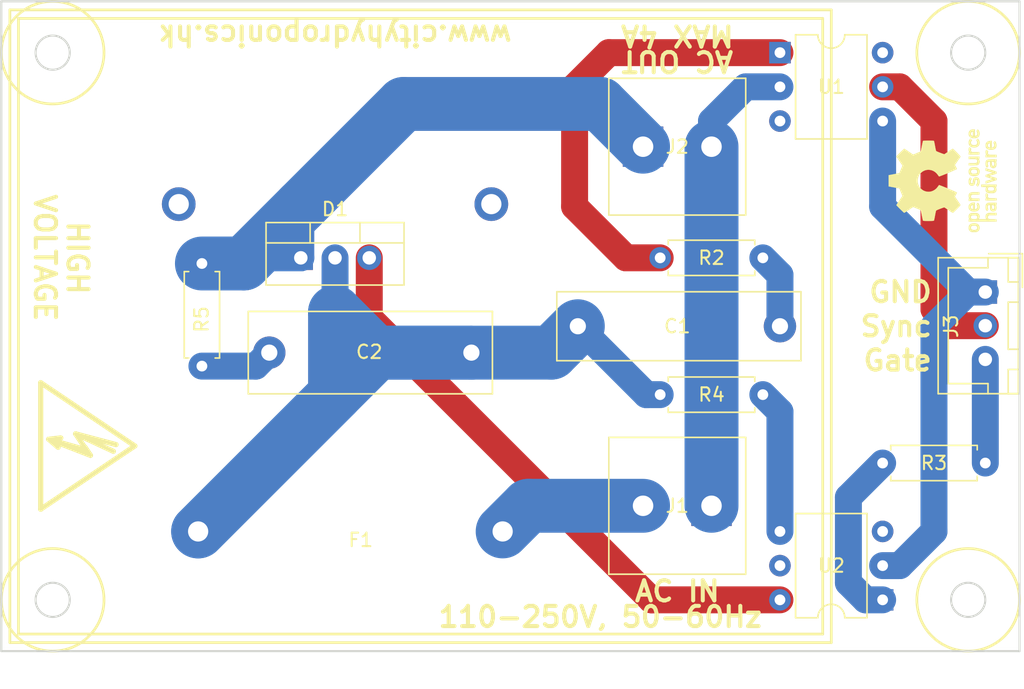
<source format=kicad_pcb>
(kicad_pcb (version 4) (host pcbnew 4.0.7-e2-6376~58~ubuntu16.04.1)

  (general
    (links 19)
    (no_connects 0)
    (area 158.039999 41.834999 233.755001 90.245001)
    (thickness 1.6)
    (drawings 29)
    (tracks 57)
    (zones 0)
    (modules 16)
    (nets 14)
  )

  (page A4)
  (layers
    (0 F.Cu signal)
    (31 B.Cu signal)
    (32 B.Adhes user)
    (33 F.Adhes user)
    (34 B.Paste user)
    (35 F.Paste user)
    (36 B.SilkS user)
    (37 F.SilkS user)
    (38 B.Mask user)
    (39 F.Mask user)
    (40 Dwgs.User user)
    (41 Cmts.User user)
    (42 Eco1.User user)
    (43 Eco2.User user)
    (44 Edge.Cuts user)
    (45 Margin user)
    (46 B.CrtYd user)
    (47 F.CrtYd user)
    (48 B.Fab user)
    (49 F.Fab user)
  )

  (setup
    (last_trace_width 2)
    (user_trace_width 1)
    (user_trace_width 2)
    (user_trace_width 3)
    (user_trace_width 4)
    (trace_clearance 0.4)
    (zone_clearance 0.508)
    (zone_45_only no)
    (trace_min 0.2)
    (segment_width 0.2)
    (edge_width 0.15)
    (via_size 0.6)
    (via_drill 0.4)
    (via_min_size 0.4)
    (via_min_drill 0.3)
    (uvia_size 0.3)
    (uvia_drill 0.1)
    (uvias_allowed no)
    (uvia_min_size 0.2)
    (uvia_min_drill 0.1)
    (pcb_text_width 0.3)
    (pcb_text_size 1.5 1.5)
    (mod_edge_width 0.15)
    (mod_text_size 1 1)
    (mod_text_width 0.15)
    (pad_size 1.524 1.524)
    (pad_drill 0.762)
    (pad_to_mask_clearance 0.2)
    (aux_axis_origin 0 0)
    (visible_elements FFFFFF7F)
    (pcbplotparams
      (layerselection 0x010f0_80000001)
      (usegerberextensions false)
      (excludeedgelayer true)
      (linewidth 0.100000)
      (plotframeref false)
      (viasonmask false)
      (mode 1)
      (useauxorigin false)
      (hpglpennumber 1)
      (hpglpenspeed 20)
      (hpglpendiameter 15)
      (hpglpenoverlay 2)
      (psnegative false)
      (psa4output false)
      (plotreference true)
      (plotvalue true)
      (plotinvisibletext false)
      (padsonsilk false)
      (subtractmaskfromsilk false)
      (outputformat 1)
      (mirror false)
      (drillshape 0)
      (scaleselection 1)
      (outputdirectory ""))
  )

  (net 0 "")
  (net 1 "Net-(C1-Pad1)")
  (net 2 "Net-(C1-Pad2)")
  (net 3 "Net-(D1-Pad1)")
  (net 4 "Net-(D1-Pad3)")
  (net 5 "Net-(R3-Pad2)")
  (net 6 "Net-(R4-Pad1)")
  (net 7 GND)
  (net 8 "Net-(C2-Pad2)")
  (net 9 "Net-(F1-Pad2)")
  (net 10 "Net-(J1-Pad1)")
  (net 11 "Net-(R2-Pad1)")
  (net 12 /SYNC)
  (net 13 /GATE)

  (net_class Default "This is the default net class."
    (clearance 0.4)
    (trace_width 1)
    (via_dia 0.6)
    (via_drill 0.4)
    (uvia_dia 0.3)
    (uvia_drill 0.1)
    (add_net /GATE)
    (add_net /SYNC)
    (add_net GND)
    (add_net "Net-(C1-Pad1)")
    (add_net "Net-(C1-Pad2)")
    (add_net "Net-(C2-Pad2)")
    (add_net "Net-(D1-Pad1)")
    (add_net "Net-(D1-Pad3)")
    (add_net "Net-(F1-Pad2)")
    (add_net "Net-(J1-Pad1)")
    (add_net "Net-(R2-Pad1)")
    (add_net "Net-(R3-Pad2)")
    (add_net "Net-(R4-Pad1)")
  )

  (module TO_SOT_Packages_THT:TO-220-3_Vertical (layer F.Cu) (tedit 58CE52AD) (tstamp 5B1579BD)
    (at 180.34 60.96)
    (descr "TO-220-3, Vertical, RM 2.54mm")
    (tags "TO-220-3 Vertical RM 2.54mm")
    (path /5B420F43)
    (fp_text reference D1 (at 2.54 -3.62) (layer F.SilkS)
      (effects (font (size 1 1) (thickness 0.15)))
    )
    (fp_text value BT136-600E (at 2.54 3.92) (layer F.Fab)
      (effects (font (size 1 1) (thickness 0.15)))
    )
    (fp_text user %R (at 2.54 -3.62) (layer F.Fab)
      (effects (font (size 1 1) (thickness 0.15)))
    )
    (fp_line (start -2.46 -2.5) (end -2.46 1.9) (layer F.Fab) (width 0.1))
    (fp_line (start -2.46 1.9) (end 7.54 1.9) (layer F.Fab) (width 0.1))
    (fp_line (start 7.54 1.9) (end 7.54 -2.5) (layer F.Fab) (width 0.1))
    (fp_line (start 7.54 -2.5) (end -2.46 -2.5) (layer F.Fab) (width 0.1))
    (fp_line (start -2.46 -1.23) (end 7.54 -1.23) (layer F.Fab) (width 0.1))
    (fp_line (start 0.69 -2.5) (end 0.69 -1.23) (layer F.Fab) (width 0.1))
    (fp_line (start 4.39 -2.5) (end 4.39 -1.23) (layer F.Fab) (width 0.1))
    (fp_line (start -2.58 -2.62) (end 7.66 -2.62) (layer F.SilkS) (width 0.12))
    (fp_line (start -2.58 2.021) (end 7.66 2.021) (layer F.SilkS) (width 0.12))
    (fp_line (start -2.58 -2.62) (end -2.58 2.021) (layer F.SilkS) (width 0.12))
    (fp_line (start 7.66 -2.62) (end 7.66 2.021) (layer F.SilkS) (width 0.12))
    (fp_line (start -2.58 -1.11) (end 7.66 -1.11) (layer F.SilkS) (width 0.12))
    (fp_line (start 0.69 -2.62) (end 0.69 -1.11) (layer F.SilkS) (width 0.12))
    (fp_line (start 4.391 -2.62) (end 4.391 -1.11) (layer F.SilkS) (width 0.12))
    (fp_line (start -2.71 -2.75) (end -2.71 2.16) (layer F.CrtYd) (width 0.05))
    (fp_line (start -2.71 2.16) (end 7.79 2.16) (layer F.CrtYd) (width 0.05))
    (fp_line (start 7.79 2.16) (end 7.79 -2.75) (layer F.CrtYd) (width 0.05))
    (fp_line (start 7.79 -2.75) (end -2.71 -2.75) (layer F.CrtYd) (width 0.05))
    (pad 1 thru_hole rect (at 0 0) (size 1.8 1.8) (drill 1) (layers *.Cu *.Mask)
      (net 3 "Net-(D1-Pad1)"))
    (pad 2 thru_hole oval (at 2.54 0) (size 1.8 1.8) (drill 1) (layers *.Cu *.Mask)
      (net 2 "Net-(C1-Pad2)"))
    (pad 3 thru_hole oval (at 5.08 0) (size 1.8 1.8) (drill 1) (layers *.Cu *.Mask)
      (net 4 "Net-(D1-Pad3)"))
    (model ${KISYS3DMOD}/TO_SOT_Packages_THT.3dshapes/TO-220-3_Vertical.wrl
      (at (xyz 0.1 0 0))
      (scale (xyz 0.393701 0.393701 0.393701))
      (rotate (xyz 0 0 0))
    )
  )

  (module Resistors_THT:R_Axial_DIN0207_L6.3mm_D2.5mm_P7.62mm_Horizontal (layer F.Cu) (tedit 5B4B1FAF) (tstamp 5B1579D5)
    (at 207.01 60.96)
    (descr "Resistor, Axial_DIN0207 series, Axial, Horizontal, pin pitch=7.62mm, 0.25W = 1/4W, length*diameter=6.3*2.5mm^2, http://cdn-reichelt.de/documents/datenblatt/B400/1_4W%23YAG.pdf")
    (tags "Resistor Axial_DIN0207 series Axial Horizontal pin pitch 7.62mm 0.25W = 1/4W length 6.3mm diameter 2.5mm")
    (path /5B156431)
    (fp_text reference R2 (at 3.81 0) (layer F.SilkS)
      (effects (font (size 1 1) (thickness 0.15)))
    )
    (fp_text value 2k2 (at 3.81 2.31) (layer F.Fab)
      (effects (font (size 1 1) (thickness 0.15)))
    )
    (fp_line (start 0.66 -1.25) (end 0.66 1.25) (layer F.Fab) (width 0.1))
    (fp_line (start 0.66 1.25) (end 6.96 1.25) (layer F.Fab) (width 0.1))
    (fp_line (start 6.96 1.25) (end 6.96 -1.25) (layer F.Fab) (width 0.1))
    (fp_line (start 6.96 -1.25) (end 0.66 -1.25) (layer F.Fab) (width 0.1))
    (fp_line (start 0 0) (end 0.66 0) (layer F.Fab) (width 0.1))
    (fp_line (start 7.62 0) (end 6.96 0) (layer F.Fab) (width 0.1))
    (fp_line (start 0.6 -0.98) (end 0.6 -1.31) (layer F.SilkS) (width 0.12))
    (fp_line (start 0.6 -1.31) (end 7.02 -1.31) (layer F.SilkS) (width 0.12))
    (fp_line (start 7.02 -1.31) (end 7.02 -0.98) (layer F.SilkS) (width 0.12))
    (fp_line (start 0.6 0.98) (end 0.6 1.31) (layer F.SilkS) (width 0.12))
    (fp_line (start 0.6 1.31) (end 7.02 1.31) (layer F.SilkS) (width 0.12))
    (fp_line (start 7.02 1.31) (end 7.02 0.98) (layer F.SilkS) (width 0.12))
    (fp_line (start -1.05 -1.6) (end -1.05 1.6) (layer F.CrtYd) (width 0.05))
    (fp_line (start -1.05 1.6) (end 8.7 1.6) (layer F.CrtYd) (width 0.05))
    (fp_line (start 8.7 1.6) (end 8.7 -1.6) (layer F.CrtYd) (width 0.05))
    (fp_line (start 8.7 -1.6) (end -1.05 -1.6) (layer F.CrtYd) (width 0.05))
    (pad 1 thru_hole circle (at 0 0) (size 1.6 1.6) (drill 0.8) (layers *.Cu *.Mask)
      (net 11 "Net-(R2-Pad1)"))
    (pad 2 thru_hole oval (at 7.62 0) (size 1.6 1.6) (drill 0.8) (layers *.Cu *.Mask)
      (net 1 "Net-(C1-Pad1)"))
    (model ${KISYS3DMOD}/Resistors_THT.3dshapes/R_Axial_DIN0207_L6.3mm_D2.5mm_P7.62mm_Horizontal.wrl
      (at (xyz 0 0 0))
      (scale (xyz 0.393701 0.393701 0.393701))
      (rotate (xyz 0 0 0))
    )
  )

  (module Resistors_THT:R_Axial_DIN0207_L6.3mm_D2.5mm_P7.62mm_Horizontal (layer F.Cu) (tedit 5B4B2001) (tstamp 5B1579DB)
    (at 231.14 76.2 180)
    (descr "Resistor, Axial_DIN0207 series, Axial, Horizontal, pin pitch=7.62mm, 0.25W = 1/4W, length*diameter=6.3*2.5mm^2, http://cdn-reichelt.de/documents/datenblatt/B400/1_4W%23YAG.pdf")
    (tags "Resistor Axial_DIN0207 series Axial Horizontal pin pitch 7.62mm 0.25W = 1/4W length 6.3mm diameter 2.5mm")
    (path /5B1572F3)
    (fp_text reference R3 (at 3.81 0 180) (layer F.SilkS)
      (effects (font (size 1 1) (thickness 0.15)))
    )
    (fp_text value 470R (at 3.81 2.31 180) (layer F.Fab)
      (effects (font (size 1 1) (thickness 0.15)))
    )
    (fp_line (start 0.66 -1.25) (end 0.66 1.25) (layer F.Fab) (width 0.1))
    (fp_line (start 0.66 1.25) (end 6.96 1.25) (layer F.Fab) (width 0.1))
    (fp_line (start 6.96 1.25) (end 6.96 -1.25) (layer F.Fab) (width 0.1))
    (fp_line (start 6.96 -1.25) (end 0.66 -1.25) (layer F.Fab) (width 0.1))
    (fp_line (start 0 0) (end 0.66 0) (layer F.Fab) (width 0.1))
    (fp_line (start 7.62 0) (end 6.96 0) (layer F.Fab) (width 0.1))
    (fp_line (start 0.6 -0.98) (end 0.6 -1.31) (layer F.SilkS) (width 0.12))
    (fp_line (start 0.6 -1.31) (end 7.02 -1.31) (layer F.SilkS) (width 0.12))
    (fp_line (start 7.02 -1.31) (end 7.02 -0.98) (layer F.SilkS) (width 0.12))
    (fp_line (start 0.6 0.98) (end 0.6 1.31) (layer F.SilkS) (width 0.12))
    (fp_line (start 0.6 1.31) (end 7.02 1.31) (layer F.SilkS) (width 0.12))
    (fp_line (start 7.02 1.31) (end 7.02 0.98) (layer F.SilkS) (width 0.12))
    (fp_line (start -1.05 -1.6) (end -1.05 1.6) (layer F.CrtYd) (width 0.05))
    (fp_line (start -1.05 1.6) (end 8.7 1.6) (layer F.CrtYd) (width 0.05))
    (fp_line (start 8.7 1.6) (end 8.7 -1.6) (layer F.CrtYd) (width 0.05))
    (fp_line (start 8.7 -1.6) (end -1.05 -1.6) (layer F.CrtYd) (width 0.05))
    (pad 1 thru_hole circle (at 0 0 180) (size 1.6 1.6) (drill 0.8) (layers *.Cu *.Mask)
      (net 13 /GATE))
    (pad 2 thru_hole oval (at 7.62 0 180) (size 1.6 1.6) (drill 0.8) (layers *.Cu *.Mask)
      (net 5 "Net-(R3-Pad2)"))
    (model ${KISYS3DMOD}/Resistors_THT.3dshapes/R_Axial_DIN0207_L6.3mm_D2.5mm_P7.62mm_Horizontal.wrl
      (at (xyz 0 0 0))
      (scale (xyz 0.393701 0.393701 0.393701))
      (rotate (xyz 0 0 0))
    )
  )

  (module Resistors_THT:R_Axial_DIN0207_L6.3mm_D2.5mm_P7.62mm_Horizontal (layer F.Cu) (tedit 5B4B1FB4) (tstamp 5B1579E1)
    (at 214.63 71.12 180)
    (descr "Resistor, Axial_DIN0207 series, Axial, Horizontal, pin pitch=7.62mm, 0.25W = 1/4W, length*diameter=6.3*2.5mm^2, http://cdn-reichelt.de/documents/datenblatt/B400/1_4W%23YAG.pdf")
    (tags "Resistor Axial_DIN0207 series Axial Horizontal pin pitch 7.62mm 0.25W = 1/4W length 6.3mm diameter 2.5mm")
    (path /5B157021)
    (fp_text reference R4 (at 3.81 0 180) (layer F.SilkS)
      (effects (font (size 1 1) (thickness 0.15)))
    )
    (fp_text value 220R (at 3.81 2.31 180) (layer F.Fab)
      (effects (font (size 1 1) (thickness 0.15)))
    )
    (fp_line (start 0.66 -1.25) (end 0.66 1.25) (layer F.Fab) (width 0.1))
    (fp_line (start 0.66 1.25) (end 6.96 1.25) (layer F.Fab) (width 0.1))
    (fp_line (start 6.96 1.25) (end 6.96 -1.25) (layer F.Fab) (width 0.1))
    (fp_line (start 6.96 -1.25) (end 0.66 -1.25) (layer F.Fab) (width 0.1))
    (fp_line (start 0 0) (end 0.66 0) (layer F.Fab) (width 0.1))
    (fp_line (start 7.62 0) (end 6.96 0) (layer F.Fab) (width 0.1))
    (fp_line (start 0.6 -0.98) (end 0.6 -1.31) (layer F.SilkS) (width 0.12))
    (fp_line (start 0.6 -1.31) (end 7.02 -1.31) (layer F.SilkS) (width 0.12))
    (fp_line (start 7.02 -1.31) (end 7.02 -0.98) (layer F.SilkS) (width 0.12))
    (fp_line (start 0.6 0.98) (end 0.6 1.31) (layer F.SilkS) (width 0.12))
    (fp_line (start 0.6 1.31) (end 7.02 1.31) (layer F.SilkS) (width 0.12))
    (fp_line (start 7.02 1.31) (end 7.02 0.98) (layer F.SilkS) (width 0.12))
    (fp_line (start -1.05 -1.6) (end -1.05 1.6) (layer F.CrtYd) (width 0.05))
    (fp_line (start -1.05 1.6) (end 8.7 1.6) (layer F.CrtYd) (width 0.05))
    (fp_line (start 8.7 1.6) (end 8.7 -1.6) (layer F.CrtYd) (width 0.05))
    (fp_line (start 8.7 -1.6) (end -1.05 -1.6) (layer F.CrtYd) (width 0.05))
    (pad 1 thru_hole circle (at 0 0 180) (size 1.6 1.6) (drill 0.8) (layers *.Cu *.Mask)
      (net 6 "Net-(R4-Pad1)"))
    (pad 2 thru_hole oval (at 7.62 0 180) (size 1.6 1.6) (drill 0.8) (layers *.Cu *.Mask)
      (net 2 "Net-(C1-Pad2)"))
    (model ${KISYS3DMOD}/Resistors_THT.3dshapes/R_Axial_DIN0207_L6.3mm_D2.5mm_P7.62mm_Horizontal.wrl
      (at (xyz 0 0 0))
      (scale (xyz 0.393701 0.393701 0.393701))
      (rotate (xyz 0 0 0))
    )
  )

  (module Housings_DIP:DIP-6_W7.62mm (layer F.Cu) (tedit 5B4B1FFC) (tstamp 5B1579F3)
    (at 223.52 86.36 180)
    (descr "6-lead though-hole mounted DIP package, row spacing 7.62 mm (300 mils)")
    (tags "THT DIP DIL PDIP 2.54mm 7.62mm 300mil")
    (path /5B156E6B)
    (fp_text reference U2 (at 3.81 2.54 180) (layer F.SilkS)
      (effects (font (size 1 1) (thickness 0.15)))
    )
    (fp_text value MOC3010M (at 3.81 7.41 180) (layer F.Fab)
      (effects (font (size 1 1) (thickness 0.15)))
    )
    (fp_arc (start 3.81 -1.33) (end 2.81 -1.33) (angle -180) (layer F.SilkS) (width 0.12))
    (fp_line (start 1.635 -1.27) (end 6.985 -1.27) (layer F.Fab) (width 0.1))
    (fp_line (start 6.985 -1.27) (end 6.985 6.35) (layer F.Fab) (width 0.1))
    (fp_line (start 6.985 6.35) (end 0.635 6.35) (layer F.Fab) (width 0.1))
    (fp_line (start 0.635 6.35) (end 0.635 -0.27) (layer F.Fab) (width 0.1))
    (fp_line (start 0.635 -0.27) (end 1.635 -1.27) (layer F.Fab) (width 0.1))
    (fp_line (start 2.81 -1.33) (end 1.16 -1.33) (layer F.SilkS) (width 0.12))
    (fp_line (start 1.16 -1.33) (end 1.16 6.41) (layer F.SilkS) (width 0.12))
    (fp_line (start 1.16 6.41) (end 6.46 6.41) (layer F.SilkS) (width 0.12))
    (fp_line (start 6.46 6.41) (end 6.46 -1.33) (layer F.SilkS) (width 0.12))
    (fp_line (start 6.46 -1.33) (end 4.81 -1.33) (layer F.SilkS) (width 0.12))
    (fp_line (start -1.1 -1.55) (end -1.1 6.6) (layer F.CrtYd) (width 0.05))
    (fp_line (start -1.1 6.6) (end 8.7 6.6) (layer F.CrtYd) (width 0.05))
    (fp_line (start 8.7 6.6) (end 8.7 -1.55) (layer F.CrtYd) (width 0.05))
    (fp_line (start 8.7 -1.55) (end -1.1 -1.55) (layer F.CrtYd) (width 0.05))
    (fp_text user %R (at 3.81 2.54 180) (layer F.Fab)
      (effects (font (size 1 1) (thickness 0.15)))
    )
    (pad 1 thru_hole rect (at 0 0 180) (size 1.6 1.6) (drill 0.8) (layers *.Cu *.Mask)
      (net 5 "Net-(R3-Pad2)"))
    (pad 4 thru_hole oval (at 7.62 5.08 180) (size 1.6 1.6) (drill 0.8) (layers *.Cu *.Mask)
      (net 6 "Net-(R4-Pad1)"))
    (pad 2 thru_hole oval (at 0 2.54 180) (size 1.6 1.6) (drill 0.8) (layers *.Cu *.Mask)
      (net 7 GND))
    (pad 5 thru_hole oval (at 7.62 2.54 180) (size 1.6 1.6) (drill 0.8) (layers *.Cu *.Mask))
    (pad 3 thru_hole oval (at 0 5.08 180) (size 1.6 1.6) (drill 0.8) (layers *.Cu *.Mask))
    (pad 6 thru_hole oval (at 7.62 0 180) (size 1.6 1.6) (drill 0.8) (layers *.Cu *.Mask)
      (net 4 "Net-(D1-Pad3)"))
    (model ${KISYS3DMOD}/Housings_DIP.3dshapes/DIP-6_W7.62mm.wrl
      (at (xyz 0 0 0))
      (scale (xyz 1 1 1))
      (rotate (xyz 0 0 0))
    )
  )

  (module Resistors_THT:R_Axial_DIN0207_L6.3mm_D2.5mm_P7.62mm_Horizontal (layer F.Cu) (tedit 5B4B1FDD) (tstamp 5B1946DB)
    (at 173 69 90)
    (descr "Resistor, Axial_DIN0207 series, Axial, Horizontal, pin pitch=7.62mm, 0.25W = 1/4W, length*diameter=6.3*2.5mm^2, http://cdn-reichelt.de/documents/datenblatt/B400/1_4W%23YAG.pdf")
    (tags "Resistor Axial_DIN0207 series Axial Horizontal pin pitch 7.62mm 0.25W = 1/4W length 6.3mm diameter 2.5mm")
    (path /5B196E96)
    (fp_text reference R5 (at 3.468 -0.026 90) (layer F.SilkS)
      (effects (font (size 1 1) (thickness 0.15)))
    )
    (fp_text value 47R (at 3.81 2.31 90) (layer F.Fab)
      (effects (font (size 1 1) (thickness 0.15)))
    )
    (fp_line (start 0.66 -1.25) (end 0.66 1.25) (layer F.Fab) (width 0.1))
    (fp_line (start 0.66 1.25) (end 6.96 1.25) (layer F.Fab) (width 0.1))
    (fp_line (start 6.96 1.25) (end 6.96 -1.25) (layer F.Fab) (width 0.1))
    (fp_line (start 6.96 -1.25) (end 0.66 -1.25) (layer F.Fab) (width 0.1))
    (fp_line (start 0 0) (end 0.66 0) (layer F.Fab) (width 0.1))
    (fp_line (start 7.62 0) (end 6.96 0) (layer F.Fab) (width 0.1))
    (fp_line (start 0.6 -0.98) (end 0.6 -1.31) (layer F.SilkS) (width 0.12))
    (fp_line (start 0.6 -1.31) (end 7.02 -1.31) (layer F.SilkS) (width 0.12))
    (fp_line (start 7.02 -1.31) (end 7.02 -0.98) (layer F.SilkS) (width 0.12))
    (fp_line (start 0.6 0.98) (end 0.6 1.31) (layer F.SilkS) (width 0.12))
    (fp_line (start 0.6 1.31) (end 7.02 1.31) (layer F.SilkS) (width 0.12))
    (fp_line (start 7.02 1.31) (end 7.02 0.98) (layer F.SilkS) (width 0.12))
    (fp_line (start -1.05 -1.6) (end -1.05 1.6) (layer F.CrtYd) (width 0.05))
    (fp_line (start -1.05 1.6) (end 8.7 1.6) (layer F.CrtYd) (width 0.05))
    (fp_line (start 8.7 1.6) (end 8.7 -1.6) (layer F.CrtYd) (width 0.05))
    (fp_line (start 8.7 -1.6) (end -1.05 -1.6) (layer F.CrtYd) (width 0.05))
    (pad 1 thru_hole circle (at 0 0 90) (size 1.6 1.6) (drill 0.8) (layers *.Cu *.Mask)
      (net 8 "Net-(C2-Pad2)"))
    (pad 2 thru_hole oval (at 7.62 0 90) (size 1.6 1.6) (drill 0.8) (layers *.Cu *.Mask)
      (net 3 "Net-(D1-Pad1)"))
    (model ${KISYS3DMOD}/Resistors_THT.3dshapes/R_Axial_DIN0207_L6.3mm_D2.5mm_P7.62mm_Horizontal.wrl
      (at (xyz 0 0 0))
      (scale (xyz 0.393701 0.393701 0.393701))
      (rotate (xyz 0 0 0))
    )
  )

  (module images:Symbol_HighVoltage_Type2_CopperTop_VerySmall (layer F.Cu) (tedit 5B267880) (tstamp 5B212223)
    (at 163.83 74.93 270)
    (descr "Symbol, High Voltage, Type 2, Copper Top, Very Small,")
    (tags "Symbol, High Voltage, Type 2, Copper Top, Very Small,")
    (fp_text reference REF** (at -0.127 -5.715 270) (layer F.SilkS) hide
      (effects (font (size 1 1) (thickness 0.15)))
    )
    (fp_text value Symbol_HighVoltage_Type2_CopperTop_VerySmall (at -0.381 4.572 270) (layer F.Fab)
      (effects (font (size 1 1) (thickness 0.15)))
    )
    (fp_line (start -0.49784 2.19964) (end 0.70104 -0.89916) (layer F.SilkS) (width 0.381))
    (fp_line (start 0.70104 -0.89916) (end 0.1016 -0.50038) (layer F.SilkS) (width 0.381))
    (fp_line (start -0.89916 0.20066) (end 0.40132 -2.60096) (layer F.SilkS) (width 0.381))
    (fp_line (start -0.49784 2.19964) (end 0.1016 1.50114) (layer F.SilkS) (width 0.381))
    (fp_line (start -0.09906 -2.79908) (end -0.89916 0.20066) (layer F.SilkS) (width 0.381))
    (fp_line (start -0.89916 0.20066) (end 0.29972 -0.59944) (layer F.SilkS) (width 0.381))
    (fp_line (start 0.29972 -0.59944) (end -0.49784 2.19964) (layer F.SilkS) (width 0.381))
    (fp_line (start -0.49784 2.19964) (end -0.59944 1.30048) (layer F.SilkS) (width 0.381))
    (fp_line (start 0 -4.191) (end 4.699 2.794) (layer F.SilkS) (width 0.381))
    (fp_line (start 4.699 2.794) (end -4.699 2.794) (layer F.SilkS) (width 0.381))
    (fp_line (start -4.699 2.794) (end 0 -4.191) (layer F.SilkS) (width 0.381))
  )

  (module HydroMonitor:TerminalBlock_KF129_P5.08mm (layer F.Cu) (tedit 5B4B1FEF) (tstamp 5B28C551)
    (at 210.82 79.375 180)
    (descr "simple 2-pin terminal block, pitch 5.08mm, revamped version of bornier2")
    (tags "terminal block bornier2")
    (path /5B1561FF)
    (fp_text reference J1 (at 2.54 0 180) (layer F.SilkS)
      (effects (font (size 1 1) (thickness 0.15)))
    )
    (fp_text value "AC in" (at 2.54 6.35 180) (layer F.Fab)
      (effects (font (size 1 1) (thickness 0.15)))
    )
    (fp_text user %R (at 2.54 0 180) (layer F.Fab)
      (effects (font (size 1 1) (thickness 0.15)))
    )
    (fp_line (start -2.46 -5.02) (end -2.46 5.02) (layer F.Fab) (width 0.1))
    (fp_line (start -2.46 5.02) (end 7.54 5.02) (layer F.Fab) (width 0.1))
    (fp_line (start 7.54 5.02) (end 7.54 -5.02) (layer F.Fab) (width 0.1))
    (fp_line (start 7.54 -5.02) (end -2.46 -5.02) (layer F.Fab) (width 0.1))
    (fp_line (start 7.62 5.08) (end 7.62 -5.08) (layer F.SilkS) (width 0.12))
    (fp_line (start 7.62 -5.08) (end -2.54 -5.08) (layer F.SilkS) (width 0.12))
    (fp_line (start -2.54 -5.08) (end -2.54 5.08) (layer F.SilkS) (width 0.12))
    (fp_line (start -2.54 5.08) (end 7.62 5.08) (layer F.SilkS) (width 0.12))
    (fp_line (start -2.71 -5.27) (end 7.79 -5.27) (layer F.CrtYd) (width 0.05))
    (fp_line (start -2.71 -5.27) (end -2.71 5.27) (layer F.CrtYd) (width 0.05))
    (fp_line (start 7.79 5.27) (end 7.79 -5.27) (layer F.CrtYd) (width 0.05))
    (fp_line (start 7.79 5.27) (end -2.71 5.27) (layer F.CrtYd) (width 0.05))
    (pad 1 thru_hole rect (at 0 0 180) (size 3 3) (drill 1.52) (layers *.Cu *.Mask)
      (net 10 "Net-(J1-Pad1)"))
    (pad 2 thru_hole circle (at 5.08 0 180) (size 3 3) (drill 1.52) (layers *.Cu *.Mask)
      (net 9 "Net-(F1-Pad2)"))
    (model ${KISYS3DMOD}/Terminal_Blocks.3dshapes/TerminalBlock_bornier-2_P5.08mm.wrl
      (at (xyz 0.1 0 0))
      (scale (xyz 1 1 1))
      (rotate (xyz 0 0 0))
    )
  )

  (module HydroMonitor:TerminalBlock_KF129_P5.08mm (layer F.Cu) (tedit 5B4B1FF4) (tstamp 5B28C556)
    (at 205.74 52.705)
    (descr "simple 2-pin terminal block, pitch 5.08mm, revamped version of bornier2")
    (tags "terminal block bornier2")
    (path /5B15623F)
    (fp_text reference J2 (at 2.54 0) (layer F.SilkS)
      (effects (font (size 1 1) (thickness 0.15)))
    )
    (fp_text value "AC out" (at 2.54 6.35) (layer F.Fab)
      (effects (font (size 1 1) (thickness 0.15)))
    )
    (fp_text user %R (at 2.54 0) (layer F.Fab)
      (effects (font (size 1 1) (thickness 0.15)))
    )
    (fp_line (start -2.46 -5.02) (end -2.46 5.02) (layer F.Fab) (width 0.1))
    (fp_line (start -2.46 5.02) (end 7.54 5.02) (layer F.Fab) (width 0.1))
    (fp_line (start 7.54 5.02) (end 7.54 -5.02) (layer F.Fab) (width 0.1))
    (fp_line (start 7.54 -5.02) (end -2.46 -5.02) (layer F.Fab) (width 0.1))
    (fp_line (start 7.62 5.08) (end 7.62 -5.08) (layer F.SilkS) (width 0.12))
    (fp_line (start 7.62 -5.08) (end -2.54 -5.08) (layer F.SilkS) (width 0.12))
    (fp_line (start -2.54 -5.08) (end -2.54 5.08) (layer F.SilkS) (width 0.12))
    (fp_line (start -2.54 5.08) (end 7.62 5.08) (layer F.SilkS) (width 0.12))
    (fp_line (start -2.71 -5.27) (end 7.79 -5.27) (layer F.CrtYd) (width 0.05))
    (fp_line (start -2.71 -5.27) (end -2.71 5.27) (layer F.CrtYd) (width 0.05))
    (fp_line (start 7.79 5.27) (end 7.79 -5.27) (layer F.CrtYd) (width 0.05))
    (fp_line (start 7.79 5.27) (end -2.71 5.27) (layer F.CrtYd) (width 0.05))
    (pad 1 thru_hole rect (at 0 0) (size 3 3) (drill 1.52) (layers *.Cu *.Mask)
      (net 3 "Net-(D1-Pad1)"))
    (pad 2 thru_hole circle (at 5.08 0) (size 3 3) (drill 1.52) (layers *.Cu *.Mask)
      (net 10 "Net-(J1-Pad1)"))
    (model ${KISYS3DMOD}/Terminal_Blocks.3dshapes/TerminalBlock_bornier-2_P5.08mm.wrl
      (at (xyz 0.1 0 0))
      (scale (xyz 1 1 1))
      (rotate (xyz 0 0 0))
    )
  )

  (module Capacitors_THT:C_Rect_L18.0mm_W6.0mm_P15.00mm_FKS3_FKP3 (layer F.Cu) (tedit 5B4B1FC3) (tstamp 5B336A53)
    (at 193 68 180)
    (descr "C, Rect series, Radial, pin pitch=15.00mm, , length*width=18*6mm^2, Capacitor, http://www.wima.com/EN/WIMA_FKS_3.pdf")
    (tags "C Rect series Radial pin pitch 15.00mm  length 18mm width 6mm Capacitor")
    (path /5B196E9C)
    (fp_text reference C2 (at 7.58 0.055 180) (layer F.SilkS)
      (effects (font (size 1 1) (thickness 0.15)))
    )
    (fp_text value 0.15µF (at 7.5 4.31 180) (layer F.Fab)
      (effects (font (size 1 1) (thickness 0.15)))
    )
    (fp_line (start -1.5 -3) (end -1.5 3) (layer F.Fab) (width 0.1))
    (fp_line (start -1.5 3) (end 16.5 3) (layer F.Fab) (width 0.1))
    (fp_line (start 16.5 3) (end 16.5 -3) (layer F.Fab) (width 0.1))
    (fp_line (start 16.5 -3) (end -1.5 -3) (layer F.Fab) (width 0.1))
    (fp_line (start -1.56 -3.06) (end 16.56 -3.06) (layer F.SilkS) (width 0.12))
    (fp_line (start -1.56 3.06) (end 16.56 3.06) (layer F.SilkS) (width 0.12))
    (fp_line (start -1.56 -3.06) (end -1.56 3.06) (layer F.SilkS) (width 0.12))
    (fp_line (start 16.56 -3.06) (end 16.56 3.06) (layer F.SilkS) (width 0.12))
    (fp_line (start -1.85 -3.35) (end -1.85 3.35) (layer F.CrtYd) (width 0.05))
    (fp_line (start -1.85 3.35) (end 16.85 3.35) (layer F.CrtYd) (width 0.05))
    (fp_line (start 16.85 3.35) (end 16.85 -3.35) (layer F.CrtYd) (width 0.05))
    (fp_line (start 16.85 -3.35) (end -1.85 -3.35) (layer F.CrtYd) (width 0.05))
    (fp_text user %R (at 7.5 0 180) (layer F.Fab)
      (effects (font (size 1 1) (thickness 0.15)))
    )
    (pad 1 thru_hole circle (at 0 0 180) (size 2.4 2.4) (drill 1.2) (layers *.Cu *.Mask)
      (net 2 "Net-(C1-Pad2)"))
    (pad 2 thru_hole circle (at 15 0 180) (size 2.4 2.4) (drill 1.2) (layers *.Cu *.Mask)
      (net 8 "Net-(C2-Pad2)"))
    (model ${KISYS3DMOD}/Capacitors_THT.3dshapes/C_Rect_L18.0mm_W6.0mm_P15.00mm_FKS3_FKP3.wrl
      (at (xyz 0 0 0))
      (scale (xyz 1 1 1))
      (rotate (xyz 0 0 0))
    )
  )

  (module HydroMonitor:PTF-78_fuseholder (layer F.Cu) (tedit 5B33646D) (tstamp 5B266525)
    (at 172.72 81.28)
    (path /5B197455)
    (fp_text reference F1 (at 12.065 0.635) (layer F.SilkS)
      (effects (font (size 1 1) (thickness 0.15)))
    )
    (fp_text value "4A slow" (at 11.43 -0.635) (layer F.Fab)
      (effects (font (size 1 1) (thickness 0.15)))
    )
    (fp_line (start -1.905 -5.715) (end 24.765 -5.715) (layer F.CrtYd) (width 0.15))
    (fp_line (start 24.765 -5.715) (end 24.765 5.715) (layer F.CrtYd) (width 0.15))
    (fp_line (start 24.765 5.715) (end -1.905 5.715) (layer F.CrtYd) (width 0.15))
    (fp_line (start -1.905 5.715) (end -1.905 -5.715) (layer F.CrtYd) (width 0.15))
    (fp_line (start -1.2 -4.8) (end 23.8 -4.8) (layer F.Fab) (width 0.15))
    (fp_line (start 23.8 -4.8) (end 23.8 4.8) (layer F.Fab) (width 0.15))
    (fp_line (start 23.8 4.8) (end -1.2 4.8) (layer F.Fab) (width 0.15))
    (fp_line (start -1.2 -4.8) (end -1.2 4.8) (layer F.Fab) (width 0.15))
    (pad 1 thru_hole circle (at 0 0) (size 2.54 2.54) (drill 1.5) (layers *.Cu *.Mask)
      (net 2 "Net-(C1-Pad2)"))
    (pad 2 thru_hole circle (at 22.6 0) (size 2.54 2.54) (drill 1.5) (layers *.Cu *.Mask)
      (net 9 "Net-(F1-Pad2)"))
  )

  (module Capacitors_THT:C_Rect_L18.0mm_W5.0mm_P15.00mm_FKS3_FKP3 (layer F.Cu) (tedit 5B4B1FAA) (tstamp 5B336A4E)
    (at 215.9 66.04 180)
    (descr "C, Rect series, Radial, pin pitch=15.00mm, , length*width=18*5mm^2, Capacitor, http://www.wima.com/EN/WIMA_FKS_3.pdf")
    (tags "C Rect series Radial pin pitch 15.00mm  length 18mm width 5mm Capacitor")
    (path /5B156485)
    (fp_text reference C1 (at 7.62 0 180) (layer F.SilkS)
      (effects (font (size 1 1) (thickness 0.15)))
    )
    (fp_text value 47nF (at 7.5 3.81 180) (layer F.Fab)
      (effects (font (size 1 1) (thickness 0.15)))
    )
    (fp_line (start -1.5 -2.5) (end -1.5 2.5) (layer F.Fab) (width 0.1))
    (fp_line (start -1.5 2.5) (end 16.5 2.5) (layer F.Fab) (width 0.1))
    (fp_line (start 16.5 2.5) (end 16.5 -2.5) (layer F.Fab) (width 0.1))
    (fp_line (start 16.5 -2.5) (end -1.5 -2.5) (layer F.Fab) (width 0.1))
    (fp_line (start -1.56 -2.56) (end 16.56 -2.56) (layer F.SilkS) (width 0.12))
    (fp_line (start -1.56 2.56) (end 16.56 2.56) (layer F.SilkS) (width 0.12))
    (fp_line (start -1.56 -2.56) (end -1.56 2.56) (layer F.SilkS) (width 0.12))
    (fp_line (start 16.56 -2.56) (end 16.56 2.56) (layer F.SilkS) (width 0.12))
    (fp_line (start -1.85 -2.85) (end -1.85 2.85) (layer F.CrtYd) (width 0.05))
    (fp_line (start -1.85 2.85) (end 16.85 2.85) (layer F.CrtYd) (width 0.05))
    (fp_line (start 16.85 2.85) (end 16.85 -2.85) (layer F.CrtYd) (width 0.05))
    (fp_line (start 16.85 -2.85) (end -1.85 -2.85) (layer F.CrtYd) (width 0.05))
    (fp_text user %R (at 7.5 0 180) (layer F.Fab)
      (effects (font (size 1 1) (thickness 0.15)))
    )
    (pad 1 thru_hole circle (at 0 0 180) (size 2.4 2.4) (drill 1.2) (layers *.Cu *.Mask)
      (net 1 "Net-(C1-Pad1)"))
    (pad 2 thru_hole circle (at 15 0 180) (size 2.4 2.4) (drill 1.2) (layers *.Cu *.Mask)
      (net 2 "Net-(C1-Pad2)"))
    (model ${KISYS3DMOD}/Capacitors_THT.3dshapes/C_Rect_L18.0mm_W5.0mm_P15.00mm_FKS3_FKP3.wrl
      (at (xyz 0 0 0))
      (scale (xyz 1 1 1))
      (rotate (xyz 0 0 0))
    )
  )

  (module HydroMonitor:Heatsink_YBxx (layer F.Cu) (tedit 5B35B03D) (tstamp 5B266F6B)
    (at 182.88 58.42 180)
    (fp_text reference REF** (at 0 1.5 180) (layer F.SilkS) hide
      (effects (font (size 1 1) (thickness 0.15)))
    )
    (fp_text value Heatsink (at 0 0.5 180) (layer F.Fab)
      (effects (font (size 1 1) (thickness 0.15)))
    )
    (fp_line (start -16 -12) (end -13.5 -12) (layer F.CrtYd) (width 0.15))
    (fp_line (start -13.5 -12) (end -13.5 -0.5) (layer F.CrtYd) (width 0.15))
    (fp_line (start -13.5 -0.5) (end 13.5 -0.5) (layer F.CrtYd) (width 0.15))
    (fp_line (start 13.5 -0.5) (end 13.5 -12) (layer F.CrtYd) (width 0.15))
    (fp_line (start 13.5 -12) (end 16 -12) (layer F.CrtYd) (width 0.15))
    (fp_line (start 16 -12) (end 16 13.5) (layer F.CrtYd) (width 0.15))
    (fp_line (start 16 13.5) (end -16 13.5) (layer F.CrtYd) (width 0.15))
    (fp_line (start -16 13.5) (end -16 -12) (layer F.CrtYd) (width 0.15))
    (fp_line (start -8.5 0.75) (end -3.2 0.75) (layer F.Fab) (width 0.15))
    (fp_line (start -3.2 0.75) (end -3.2 12.3) (layer F.Fab) (width 0.15))
    (fp_line (start -3.2 12.3) (end -2.6 12.3) (layer F.Fab) (width 0.15))
    (fp_line (start -2.6 12.3) (end -2.6 2.3) (layer F.Fab) (width 0.15))
    (fp_line (start 2.6 2.3) (end -2.6 2.3) (layer F.Fab) (width 0.15))
    (fp_line (start 2.6 2.3) (end 2.6 12.3) (layer F.Fab) (width 0.15))
    (fp_line (start 3.2 12.3) (end 2.6 12.3) (layer F.Fab) (width 0.15))
    (fp_line (start 3.2 12.3) (end 3.2 0.75) (layer F.Fab) (width 0.15))
    (fp_line (start 3.2 0.75) (end 8.5 0.75) (layer F.Fab) (width 0.15))
    (fp_line (start 8.5 0.75) (end 8.5 12.3) (layer F.Fab) (width 0.15))
    (fp_line (start 8.5 12.3) (end 9.1 12.3) (layer F.Fab) (width 0.15))
    (fp_line (start 9.1 12.3) (end 9.1 2.3) (layer F.Fab) (width 0.15))
    (fp_line (start 9.1 2.3) (end 14.4 2.3) (layer F.Fab) (width 0.15))
    (fp_line (start 14.4 2.3) (end 14.4 12.3) (layer F.Fab) (width 0.15))
    (fp_line (start 14.4 12.3) (end 15 12.3) (layer F.Fab) (width 0.15))
    (fp_line (start -14.4 2.3) (end -9.1 2.3) (layer F.Fab) (width 0.15))
    (fp_line (start -9.1 2.3) (end -9.1 12.3) (layer F.Fab) (width 0.15))
    (fp_line (start -9.1 12.3) (end -8.5 12.3) (layer F.Fab) (width 0.15))
    (fp_line (start -8.5 12.3) (end -8.5 0.75) (layer F.Fab) (width 0.15))
    (fp_line (start -14.4 2.3) (end -14.4 12.3) (layer F.Fab) (width 0.15))
    (fp_line (start -15 12.3) (end -14.4 12.3) (layer F.Fab) (width 0.15))
    (fp_line (start -15 -11) (end -14.4 -11) (layer F.Fab) (width 0.15))
    (fp_line (start -14.4 -11) (end -14.4 0) (layer F.Fab) (width 0.15))
    (fp_line (start -14.4 0) (end 14.4 0) (layer F.Fab) (width 0.15))
    (fp_line (start 14.4 0) (end 14.4 -11) (layer F.Fab) (width 0.15))
    (fp_line (start 14.4 -11) (end 15 -11) (layer F.Fab) (width 0.15))
    (fp_line (start -15 -11) (end -15 12.3) (layer F.Fab) (width 0.15))
    (fp_line (start 15 -11) (end 15 12.3) (layer F.Fab) (width 0.15))
    (pad "" thru_hole circle (at 11.6 1.45 180) (size 2.5 2.5) (drill 1.5) (layers *.Cu *.Mask))
    (pad "" thru_hole circle (at -11.6 1.45 180) (size 2.5 2.5) (drill 1.5) (layers *.Cu *.Mask))
  )

  (module Housings_DIP:DIP-6_W7.62mm (layer F.Cu) (tedit 5B4B1FF8) (tstamp 5B4211DB)
    (at 215.9 45.72)
    (descr "6-lead though-hole mounted DIP package, row spacing 7.62 mm (300 mils)")
    (tags "THT DIP DIL PDIP 2.54mm 7.62mm 300mil")
    (path /5B40635B)
    (fp_text reference U1 (at 3.81 2.54) (layer F.SilkS)
      (effects (font (size 1 1) (thickness 0.15)))
    )
    (fp_text value H11AA1 (at 3.81 7.41) (layer F.Fab)
      (effects (font (size 1 1) (thickness 0.15)))
    )
    (fp_arc (start 3.81 -1.33) (end 2.81 -1.33) (angle -180) (layer F.SilkS) (width 0.12))
    (fp_line (start 1.635 -1.27) (end 6.985 -1.27) (layer F.Fab) (width 0.1))
    (fp_line (start 6.985 -1.27) (end 6.985 6.35) (layer F.Fab) (width 0.1))
    (fp_line (start 6.985 6.35) (end 0.635 6.35) (layer F.Fab) (width 0.1))
    (fp_line (start 0.635 6.35) (end 0.635 -0.27) (layer F.Fab) (width 0.1))
    (fp_line (start 0.635 -0.27) (end 1.635 -1.27) (layer F.Fab) (width 0.1))
    (fp_line (start 2.81 -1.33) (end 1.16 -1.33) (layer F.SilkS) (width 0.12))
    (fp_line (start 1.16 -1.33) (end 1.16 6.41) (layer F.SilkS) (width 0.12))
    (fp_line (start 1.16 6.41) (end 6.46 6.41) (layer F.SilkS) (width 0.12))
    (fp_line (start 6.46 6.41) (end 6.46 -1.33) (layer F.SilkS) (width 0.12))
    (fp_line (start 6.46 -1.33) (end 4.81 -1.33) (layer F.SilkS) (width 0.12))
    (fp_line (start -1.1 -1.55) (end -1.1 6.6) (layer F.CrtYd) (width 0.05))
    (fp_line (start -1.1 6.6) (end 8.7 6.6) (layer F.CrtYd) (width 0.05))
    (fp_line (start 8.7 6.6) (end 8.7 -1.55) (layer F.CrtYd) (width 0.05))
    (fp_line (start 8.7 -1.55) (end -1.1 -1.55) (layer F.CrtYd) (width 0.05))
    (fp_text user %R (at 3.81 2.54) (layer F.Fab)
      (effects (font (size 1 1) (thickness 0.15)))
    )
    (pad 1 thru_hole rect (at 0 0) (size 1.6 1.6) (drill 0.8) (layers *.Cu *.Mask)
      (net 11 "Net-(R2-Pad1)"))
    (pad 4 thru_hole oval (at 7.62 5.08) (size 1.6 1.6) (drill 0.8) (layers *.Cu *.Mask)
      (net 7 GND))
    (pad 2 thru_hole oval (at 0 2.54) (size 1.6 1.6) (drill 0.8) (layers *.Cu *.Mask)
      (net 10 "Net-(J1-Pad1)"))
    (pad 5 thru_hole oval (at 7.62 2.54) (size 1.6 1.6) (drill 0.8) (layers *.Cu *.Mask)
      (net 12 /SYNC))
    (pad 3 thru_hole oval (at 0 5.08) (size 1.6 1.6) (drill 0.8) (layers *.Cu *.Mask))
    (pad 6 thru_hole oval (at 7.62 0) (size 1.6 1.6) (drill 0.8) (layers *.Cu *.Mask))
    (model ${KISYS3DMOD}/Housings_DIP.3dshapes/DIP-6_W7.62mm.wrl
      (at (xyz 0 0 0))
      (scale (xyz 1 1 1))
      (rotate (xyz 0 0 0))
    )
  )

  (module Connectors_JST:JST_XH_B03B-XH-A_03x2.50mm_Straight (layer F.Cu) (tedit 5B4B2005) (tstamp 5B45BB16)
    (at 231.14 63.5 270)
    (descr "JST XH series connector, B03B-XH-A, top entry type, through hole")
    (tags "connector jst xh tht top vertical 2.50mm")
    (path /5B45BBCF)
    (fp_text reference J3 (at 2.54 2.54 270) (layer F.SilkS)
      (effects (font (size 1 1) (thickness 0.15)))
    )
    (fp_text value Conn_01x03 (at 2.5 4.5 270) (layer F.Fab)
      (effects (font (size 1 1) (thickness 0.15)))
    )
    (fp_line (start -2.45 -2.35) (end -2.45 3.4) (layer F.Fab) (width 0.1))
    (fp_line (start -2.45 3.4) (end 7.45 3.4) (layer F.Fab) (width 0.1))
    (fp_line (start 7.45 3.4) (end 7.45 -2.35) (layer F.Fab) (width 0.1))
    (fp_line (start 7.45 -2.35) (end -2.45 -2.35) (layer F.Fab) (width 0.1))
    (fp_line (start -2.95 -2.85) (end -2.95 3.9) (layer F.CrtYd) (width 0.05))
    (fp_line (start -2.95 3.9) (end 7.95 3.9) (layer F.CrtYd) (width 0.05))
    (fp_line (start 7.95 3.9) (end 7.95 -2.85) (layer F.CrtYd) (width 0.05))
    (fp_line (start 7.95 -2.85) (end -2.95 -2.85) (layer F.CrtYd) (width 0.05))
    (fp_line (start -2.55 -2.45) (end -2.55 3.5) (layer F.SilkS) (width 0.12))
    (fp_line (start -2.55 3.5) (end 7.55 3.5) (layer F.SilkS) (width 0.12))
    (fp_line (start 7.55 3.5) (end 7.55 -2.45) (layer F.SilkS) (width 0.12))
    (fp_line (start 7.55 -2.45) (end -2.55 -2.45) (layer F.SilkS) (width 0.12))
    (fp_line (start 0.75 -2.45) (end 0.75 -1.7) (layer F.SilkS) (width 0.12))
    (fp_line (start 0.75 -1.7) (end 4.25 -1.7) (layer F.SilkS) (width 0.12))
    (fp_line (start 4.25 -1.7) (end 4.25 -2.45) (layer F.SilkS) (width 0.12))
    (fp_line (start 4.25 -2.45) (end 0.75 -2.45) (layer F.SilkS) (width 0.12))
    (fp_line (start -2.55 -2.45) (end -2.55 -1.7) (layer F.SilkS) (width 0.12))
    (fp_line (start -2.55 -1.7) (end -0.75 -1.7) (layer F.SilkS) (width 0.12))
    (fp_line (start -0.75 -1.7) (end -0.75 -2.45) (layer F.SilkS) (width 0.12))
    (fp_line (start -0.75 -2.45) (end -2.55 -2.45) (layer F.SilkS) (width 0.12))
    (fp_line (start 5.75 -2.45) (end 5.75 -1.7) (layer F.SilkS) (width 0.12))
    (fp_line (start 5.75 -1.7) (end 7.55 -1.7) (layer F.SilkS) (width 0.12))
    (fp_line (start 7.55 -1.7) (end 7.55 -2.45) (layer F.SilkS) (width 0.12))
    (fp_line (start 7.55 -2.45) (end 5.75 -2.45) (layer F.SilkS) (width 0.12))
    (fp_line (start -2.55 -0.2) (end -1.8 -0.2) (layer F.SilkS) (width 0.12))
    (fp_line (start -1.8 -0.2) (end -1.8 2.75) (layer F.SilkS) (width 0.12))
    (fp_line (start -1.8 2.75) (end 2.5 2.75) (layer F.SilkS) (width 0.12))
    (fp_line (start 7.55 -0.2) (end 6.8 -0.2) (layer F.SilkS) (width 0.12))
    (fp_line (start 6.8 -0.2) (end 6.8 2.75) (layer F.SilkS) (width 0.12))
    (fp_line (start 6.8 2.75) (end 2.5 2.75) (layer F.SilkS) (width 0.12))
    (fp_line (start -0.35 -2.75) (end -2.85 -2.75) (layer F.SilkS) (width 0.12))
    (fp_line (start -2.85 -2.75) (end -2.85 -0.25) (layer F.SilkS) (width 0.12))
    (fp_line (start -0.35 -2.75) (end -2.85 -2.75) (layer F.Fab) (width 0.1))
    (fp_line (start -2.85 -2.75) (end -2.85 -0.25) (layer F.Fab) (width 0.1))
    (fp_text user %R (at 2.5 2.5 270) (layer F.Fab)
      (effects (font (size 1 1) (thickness 0.15)))
    )
    (pad 1 thru_hole rect (at 0 0 270) (size 1.75 1.75) (drill 1) (layers *.Cu *.Mask)
      (net 7 GND))
    (pad 2 thru_hole circle (at 2.5 0 270) (size 1.75 1.75) (drill 1) (layers *.Cu *.Mask)
      (net 12 /SYNC))
    (pad 3 thru_hole circle (at 5 0 270) (size 1.75 1.75) (drill 1) (layers *.Cu *.Mask)
      (net 13 /GATE))
    (model Connectors_JST.3dshapes/JST_XH_B03B-XH-A_03x2.50mm_Straight.wrl
      (at (xyz 0 0 0))
      (scale (xyz 1 1 1))
      (rotate (xyz 0 0 0))
    )
  )

  (module Symbols:OSHW-Logo_7.5x8mm_SilkScreen (layer F.Cu) (tedit 0) (tstamp 5B4B1DB5)
    (at 227.965 55.245 90)
    (descr "Open Source Hardware Logo")
    (tags "Logo OSHW")
    (attr virtual)
    (fp_text reference REF*** (at 0 0 90) (layer F.SilkS) hide
      (effects (font (size 1 1) (thickness 0.15)))
    )
    (fp_text value OSHW-Logo_7.5x8mm_SilkScreen (at 0.75 0 90) (layer F.Fab) hide
      (effects (font (size 1 1) (thickness 0.15)))
    )
    (fp_poly (pts (xy -2.53664 1.952468) (xy -2.501408 1.969874) (xy -2.45796 2.000206) (xy -2.426294 2.033283)
      (xy -2.404606 2.074817) (xy -2.391097 2.130522) (xy -2.383962 2.206111) (xy -2.3814 2.307296)
      (xy -2.38125 2.350797) (xy -2.381688 2.446135) (xy -2.383504 2.514271) (xy -2.387455 2.561418)
      (xy -2.394298 2.59379) (xy -2.404789 2.6176) (xy -2.415704 2.633843) (xy -2.485381 2.702952)
      (xy -2.567434 2.744521) (xy -2.65595 2.757023) (xy -2.745019 2.738934) (xy -2.773237 2.726142)
      (xy -2.84079 2.690931) (xy -2.84079 3.2427) (xy -2.791488 3.217205) (xy -2.726527 3.19748)
      (xy -2.64668 3.192427) (xy -2.566948 3.201756) (xy -2.506735 3.222714) (xy -2.456792 3.262627)
      (xy -2.414119 3.319741) (xy -2.41091 3.325605) (xy -2.397378 3.353227) (xy -2.387495 3.381068)
      (xy -2.380691 3.414794) (xy -2.376399 3.460071) (xy -2.374049 3.522562) (xy -2.373072 3.607935)
      (xy -2.372895 3.70401) (xy -2.372895 4.010526) (xy -2.556711 4.010526) (xy -2.556711 3.445339)
      (xy -2.608125 3.402077) (xy -2.661534 3.367472) (xy -2.712112 3.36118) (xy -2.76297 3.377372)
      (xy -2.790075 3.393227) (xy -2.810249 3.41581) (xy -2.824597 3.44994) (xy -2.834224 3.500434)
      (xy -2.840237 3.572111) (xy -2.84374 3.669788) (xy -2.844974 3.734802) (xy -2.849145 4.002171)
      (xy -2.936875 4.007222) (xy -3.024606 4.012273) (xy -3.024606 2.353101) (xy -2.84079 2.353101)
      (xy -2.836104 2.4456) (xy -2.820312 2.509809) (xy -2.790817 2.549759) (xy -2.74502 2.56948)
      (xy -2.69875 2.573421) (xy -2.646372 2.568892) (xy -2.61161 2.551069) (xy -2.589872 2.527519)
      (xy -2.57276 2.502189) (xy -2.562573 2.473969) (xy -2.55804 2.434431) (xy -2.557891 2.375142)
      (xy -2.559416 2.325498) (xy -2.562919 2.25071) (xy -2.568133 2.201611) (xy -2.576913 2.170467)
      (xy -2.591114 2.149545) (xy -2.604516 2.137452) (xy -2.660513 2.111081) (xy -2.726789 2.106822)
      (xy -2.764844 2.115906) (xy -2.802523 2.148196) (xy -2.827481 2.211006) (xy -2.839578 2.303894)
      (xy -2.84079 2.353101) (xy -3.024606 2.353101) (xy -3.024606 1.938421) (xy -2.932698 1.938421)
      (xy -2.877517 1.940603) (xy -2.849048 1.948351) (xy -2.840794 1.963468) (xy -2.84079 1.963916)
      (xy -2.83696 1.97872) (xy -2.820067 1.977039) (xy -2.786481 1.960772) (xy -2.708222 1.935887)
      (xy -2.620173 1.933271) (xy -2.53664 1.952468)) (layer F.SilkS) (width 0.01))
    (fp_poly (pts (xy -1.839543 3.198184) (xy -1.76093 3.21916) (xy -1.701084 3.25718) (xy -1.658853 3.306978)
      (xy -1.645725 3.32823) (xy -1.636032 3.350492) (xy -1.629256 3.37897) (xy -1.624877 3.418871)
      (xy -1.622376 3.475401) (xy -1.621232 3.553767) (xy -1.620928 3.659176) (xy -1.620922 3.687142)
      (xy -1.620922 4.010526) (xy -1.701132 4.010526) (xy -1.752294 4.006943) (xy -1.790123 3.997866)
      (xy -1.799601 3.992268) (xy -1.825512 3.982606) (xy -1.851976 3.992268) (xy -1.895548 4.00433)
      (xy -1.95884 4.009185) (xy -2.02899 4.007078) (xy -2.09314 3.998256) (xy -2.130593 3.986937)
      (xy -2.203067 3.940412) (xy -2.24836 3.875846) (xy -2.268722 3.79) (xy -2.268912 3.787796)
      (xy -2.267125 3.749713) (xy -2.105527 3.749713) (xy -2.091399 3.79303) (xy -2.068388 3.817408)
      (xy -2.022196 3.835845) (xy -1.961225 3.843205) (xy -1.899051 3.839583) (xy -1.849249 3.825074)
      (xy -1.835297 3.815765) (xy -1.810915 3.772753) (xy -1.804737 3.723857) (xy -1.804737 3.659605)
      (xy -1.897182 3.659605) (xy -1.985005 3.666366) (xy -2.051582 3.68552) (xy -2.092998 3.715376)
      (xy -2.105527 3.749713) (xy -2.267125 3.749713) (xy -2.26451 3.694004) (xy -2.233576 3.619847)
      (xy -2.175419 3.563767) (xy -2.16738 3.558665) (xy -2.132837 3.542055) (xy -2.090082 3.531996)
      (xy -2.030314 3.527107) (xy -1.95931 3.525983) (xy -1.804737 3.525921) (xy -1.804737 3.461125)
      (xy -1.811294 3.41085) (xy -1.828025 3.377169) (xy -1.829984 3.375376) (xy -1.867217 3.360642)
      (xy -1.92342 3.354931) (xy -1.985533 3.357737) (xy -2.04049 3.368556) (xy -2.073101 3.384782)
      (xy -2.090772 3.39778) (xy -2.109431 3.400262) (xy -2.135181 3.389613) (xy -2.174127 3.363218)
      (xy -2.23237 3.318465) (xy -2.237716 3.314273) (xy -2.234977 3.29876) (xy -2.212124 3.27296)
      (xy -2.177391 3.244289) (xy -2.13901 3.220166) (xy -2.126952 3.21447) (xy -2.082966 3.203103)
      (xy -2.018513 3.194995) (xy -1.946503 3.191743) (xy -1.943136 3.191736) (xy -1.839543 3.198184)) (layer F.SilkS) (width 0.01))
    (fp_poly (pts (xy -1.320119 3.193486) (xy -1.295112 3.200982) (xy -1.28705 3.217451) (xy -1.286711 3.224886)
      (xy -1.285264 3.245594) (xy -1.275302 3.248845) (xy -1.248388 3.234648) (xy -1.232402 3.224948)
      (xy -1.181967 3.204175) (xy -1.121728 3.193904) (xy -1.058566 3.193114) (xy -0.999363 3.200786)
      (xy -0.950998 3.215898) (xy -0.920354 3.237432) (xy -0.914311 3.264366) (xy -0.917361 3.27166)
      (xy -0.939594 3.301937) (xy -0.97407 3.339175) (xy -0.980306 3.345195) (xy -1.013167 3.372875)
      (xy -1.04152 3.381818) (xy -1.081173 3.375576) (xy -1.097058 3.371429) (xy -1.146491 3.361467)
      (xy -1.181248 3.365947) (xy -1.2106 3.381746) (xy -1.237487 3.402949) (xy -1.25729 3.429614)
      (xy -1.271052 3.466827) (xy -1.279816 3.519673) (xy -1.284626 3.593237) (xy -1.286526 3.692605)
      (xy -1.286711 3.752601) (xy -1.286711 4.010526) (xy -1.453816 4.010526) (xy -1.453816 3.19171)
      (xy -1.370264 3.19171) (xy -1.320119 3.193486)) (layer F.SilkS) (width 0.01))
    (fp_poly (pts (xy -0.267369 4.010526) (xy -0.359277 4.010526) (xy -0.412623 4.008962) (xy -0.440407 4.002485)
      (xy -0.45041 3.988418) (xy -0.451185 3.978906) (xy -0.452872 3.959832) (xy -0.46351 3.956174)
      (xy -0.491465 3.967932) (xy -0.513205 3.978906) (xy -0.596668 4.004911) (xy -0.687396 4.006416)
      (xy -0.761158 3.987021) (xy -0.829846 3.940165) (xy -0.882206 3.871004) (xy -0.910878 3.789427)
      (xy -0.911608 3.784866) (xy -0.915868 3.735101) (xy -0.917986 3.663659) (xy -0.917816 3.609626)
      (xy -0.73528 3.609626) (xy -0.731051 3.681441) (xy -0.721432 3.740634) (xy -0.70841 3.77406)
      (xy -0.659144 3.81974) (xy -0.60065 3.836115) (xy -0.540329 3.822873) (xy -0.488783 3.783373)
      (xy -0.469262 3.756807) (xy -0.457848 3.725106) (xy -0.452502 3.678832) (xy -0.451185 3.609328)
      (xy -0.453542 3.540499) (xy -0.459767 3.480026) (xy -0.468592 3.439556) (xy -0.470063 3.435929)
      (xy -0.505653 3.392802) (xy -0.5576 3.369124) (xy -0.615722 3.365301) (xy -0.66984 3.381738)
      (xy -0.709774 3.41884) (xy -0.713917 3.426222) (xy -0.726884 3.471239) (xy -0.733948 3.535967)
      (xy -0.73528 3.609626) (xy -0.917816 3.609626) (xy -0.917729 3.58223) (xy -0.916528 3.538405)
      (xy -0.908355 3.429988) (xy -0.89137 3.348588) (xy -0.863113 3.288412) (xy -0.821128 3.243666)
      (xy -0.780368 3.2174) (xy -0.723419 3.198935) (xy -0.652589 3.192602) (xy -0.580059 3.19776)
      (xy -0.518014 3.213769) (xy -0.485232 3.23292) (xy -0.451185 3.263732) (xy -0.451185 2.87421)
      (xy -0.267369 2.87421) (xy -0.267369 4.010526)) (layer F.SilkS) (width 0.01))
    (fp_poly (pts (xy 0.37413 3.195104) (xy 0.44022 3.200066) (xy 0.526626 3.459079) (xy 0.613031 3.718092)
      (xy 0.640124 3.626184) (xy 0.656428 3.569384) (xy 0.677875 3.492625) (xy 0.701035 3.408251)
      (xy 0.71328 3.362993) (xy 0.759344 3.19171) (xy 0.949387 3.19171) (xy 0.892582 3.371349)
      (xy 0.864607 3.459704) (xy 0.830813 3.566281) (xy 0.79552 3.677454) (xy 0.764013 3.776579)
      (xy 0.69225 4.002171) (xy 0.537286 4.012253) (xy 0.49527 3.873528) (xy 0.469359 3.787351)
      (xy 0.441083 3.692347) (xy 0.416369 3.608441) (xy 0.415394 3.605102) (xy 0.396935 3.548248)
      (xy 0.380649 3.509456) (xy 0.369242 3.494787) (xy 0.366898 3.496483) (xy 0.358671 3.519225)
      (xy 0.343038 3.56794) (xy 0.321904 3.636502) (xy 0.29717 3.718785) (xy 0.283787 3.764046)
      (xy 0.211311 4.010526) (xy 0.057495 4.010526) (xy -0.065469 3.622006) (xy -0.100012 3.513022)
      (xy -0.131479 3.414048) (xy -0.158384 3.329736) (xy -0.179241 3.264734) (xy -0.192562 3.223692)
      (xy -0.196612 3.211701) (xy -0.193406 3.199423) (xy -0.168235 3.194046) (xy -0.115854 3.194584)
      (xy -0.107655 3.19499) (xy -0.010518 3.200066) (xy 0.0531 3.434013) (xy 0.076484 3.519333)
      (xy 0.097381 3.594335) (xy 0.113951 3.652507) (xy 0.124354 3.687337) (xy 0.126276 3.693016)
      (xy 0.134241 3.686486) (xy 0.150304 3.652654) (xy 0.172621 3.596127) (xy 0.199345 3.52151)
      (xy 0.221937 3.454107) (xy 0.308041 3.190143) (xy 0.37413 3.195104)) (layer F.SilkS) (width 0.01))
    (fp_poly (pts (xy 1.379992 3.196673) (xy 1.450427 3.21378) (xy 1.470787 3.222844) (xy 1.510253 3.246583)
      (xy 1.540541 3.273321) (xy 1.562952 3.307699) (xy 1.578786 3.35436) (xy 1.589343 3.417946)
      (xy 1.595924 3.503099) (xy 1.599828 3.614462) (xy 1.60131 3.688849) (xy 1.606765 4.010526)
      (xy 1.51358 4.010526) (xy 1.457047 4.008156) (xy 1.427922 4.000055) (xy 1.420394 3.986451)
      (xy 1.41642 3.971741) (xy 1.398652 3.974554) (xy 1.37444 3.986348) (xy 1.313828 4.004427)
      (xy 1.235929 4.009299) (xy 1.153995 4.00133) (xy 1.081281 3.980889) (xy 1.074759 3.978051)
      (xy 1.008302 3.931365) (xy 0.964491 3.866464) (xy 0.944332 3.7906) (xy 0.945872 3.763344)
      (xy 1.110345 3.763344) (xy 1.124837 3.800024) (xy 1.167805 3.826309) (xy 1.237129 3.840417)
      (xy 1.274177 3.84229) (xy 1.335919 3.837494) (xy 1.37696 3.818858) (xy 1.386973 3.81)
      (xy 1.4141 3.761806) (xy 1.420394 3.718092) (xy 1.420394 3.659605) (xy 1.33893 3.659605)
      (xy 1.244234 3.664432) (xy 1.177813 3.679613) (xy 1.135846 3.7062) (xy 1.126449 3.718052)
      (xy 1.110345 3.763344) (xy 0.945872 3.763344) (xy 0.948829 3.711026) (xy 0.978985 3.634995)
      (xy 1.020131 3.583612) (xy 1.045052 3.561397) (xy 1.069448 3.546798) (xy 1.101191 3.537897)
      (xy 1.148152 3.532775) (xy 1.218204 3.529515) (xy 1.24599 3.528577) (xy 1.420394 3.522879)
      (xy 1.420138 3.470091) (xy 1.413384 3.414603) (xy 1.388964 3.381052) (xy 1.33963 3.359618)
      (xy 1.338306 3.359236) (xy 1.26836 3.350808) (xy 1.199914 3.361816) (xy 1.149047 3.388585)
      (xy 1.128637 3.401803) (xy 1.106654 3.399974) (xy 1.072826 3.380824) (xy 1.052961 3.367308)
      (xy 1.014106 3.338432) (xy 0.990038 3.316786) (xy 0.986176 3.310589) (xy 1.002079 3.278519)
      (xy 1.049065 3.240219) (xy 1.069473 3.227297) (xy 1.128143 3.205041) (xy 1.207212 3.192432)
      (xy 1.295041 3.1896) (xy 1.379992 3.196673)) (layer F.SilkS) (width 0.01))
    (fp_poly (pts (xy 2.173167 3.191447) (xy 2.237408 3.204112) (xy 2.27398 3.222864) (xy 2.312453 3.254017)
      (xy 2.257717 3.323127) (xy 2.223969 3.364979) (xy 2.201053 3.385398) (xy 2.178279 3.388517)
      (xy 2.144956 3.378472) (xy 2.129314 3.372789) (xy 2.065542 3.364404) (xy 2.00714 3.382378)
      (xy 1.964264 3.422982) (xy 1.957299 3.435929) (xy 1.949713 3.470224) (xy 1.943859 3.533427)
      (xy 1.940011 3.62106) (xy 1.938443 3.72864) (xy 1.938421 3.743944) (xy 1.938421 4.010526)
      (xy 1.754605 4.010526) (xy 1.754605 3.19171) (xy 1.846513 3.19171) (xy 1.899507 3.193094)
      (xy 1.927115 3.199252) (xy 1.937324 3.213194) (xy 1.938421 3.226344) (xy 1.938421 3.260978)
      (xy 1.98245 3.226344) (xy 2.032937 3.202716) (xy 2.10076 3.191033) (xy 2.173167 3.191447)) (layer F.SilkS) (width 0.01))
    (fp_poly (pts (xy 2.701193 3.196078) (xy 2.781068 3.216845) (xy 2.847962 3.259705) (xy 2.880351 3.291723)
      (xy 2.933445 3.367413) (xy 2.963873 3.455216) (xy 2.974327 3.56315) (xy 2.97438 3.571875)
      (xy 2.974473 3.659605) (xy 2.469534 3.659605) (xy 2.480298 3.705559) (xy 2.499732 3.747178)
      (xy 2.533745 3.790544) (xy 2.54086 3.797467) (xy 2.602003 3.834935) (xy 2.671729 3.841289)
      (xy 2.751987 3.816638) (xy 2.765592 3.81) (xy 2.807319 3.789819) (xy 2.835268 3.778321)
      (xy 2.840145 3.777258) (xy 2.857168 3.787583) (xy 2.889633 3.812845) (xy 2.906114 3.82665)
      (xy 2.940264 3.858361) (xy 2.951478 3.879299) (xy 2.943695 3.89856) (xy 2.939535 3.903827)
      (xy 2.911357 3.926878) (xy 2.864862 3.954892) (xy 2.832434 3.971246) (xy 2.740385 4.000059)
      (xy 2.638476 4.009395) (xy 2.541963 3.998332) (xy 2.514934 3.990412) (xy 2.431276 3.945581)
      (xy 2.369266 3.876598) (xy 2.328545 3.782794) (xy 2.308755 3.663498) (xy 2.306582 3.601118)
      (xy 2.312926 3.510298) (xy 2.473157 3.510298) (xy 2.488655 3.517012) (xy 2.530312 3.52228)
      (xy 2.590876 3.525389) (xy 2.631907 3.525921) (xy 2.705711 3.525408) (xy 2.752293 3.523006)
      (xy 2.777848 3.517422) (xy 2.788569 3.507361) (xy 2.790657 3.492763) (xy 2.776331 3.447796)
      (xy 2.740262 3.403353) (xy 2.692815 3.369242) (xy 2.645349 3.355288) (xy 2.580879 3.367666)
      (xy 2.52507 3.403452) (xy 2.486374 3.455033) (xy 2.473157 3.510298) (xy 2.312926 3.510298)
      (xy 2.315821 3.468866) (xy 2.344336 3.363498) (xy 2.392729 3.284178) (xy 2.461604 3.230071)
      (xy 2.551565 3.200343) (xy 2.6003 3.194618) (xy 2.701193 3.196078)) (layer F.SilkS) (width 0.01))
    (fp_poly (pts (xy -3.373216 1.947104) (xy -3.285795 1.985754) (xy -3.21943 2.05029) (xy -3.174024 2.140812)
      (xy -3.149482 2.257418) (xy -3.147723 2.275624) (xy -3.146344 2.403984) (xy -3.164216 2.516496)
      (xy -3.20025 2.607688) (xy -3.219545 2.637022) (xy -3.286755 2.699106) (xy -3.37235 2.739316)
      (xy -3.46811 2.756003) (xy -3.565813 2.747517) (xy -3.640083 2.72138) (xy -3.703953 2.677335)
      (xy -3.756154 2.619587) (xy -3.757057 2.618236) (xy -3.778256 2.582593) (xy -3.792033 2.546752)
      (xy -3.800376 2.501519) (xy -3.805273 2.437701) (xy -3.807431 2.385368) (xy -3.808329 2.33791)
      (xy -3.641257 2.33791) (xy -3.639624 2.385154) (xy -3.633696 2.448046) (xy -3.623239 2.488407)
      (xy -3.604381 2.517122) (xy -3.586719 2.533896) (xy -3.524106 2.569016) (xy -3.458592 2.57371)
      (xy -3.397579 2.54844) (xy -3.367072 2.520124) (xy -3.345089 2.491589) (xy -3.332231 2.464284)
      (xy -3.326588 2.42875) (xy -3.326249 2.375524) (xy -3.327988 2.326506) (xy -3.331729 2.256482)
      (xy -3.337659 2.211064) (xy -3.348347 2.18144) (xy -3.366361 2.158797) (xy -3.380637 2.145855)
      (xy -3.440349 2.11186) (xy -3.504766 2.110165) (xy -3.558781 2.130301) (xy -3.60486 2.172352)
      (xy -3.632311 2.241428) (xy -3.641257 2.33791) (xy -3.808329 2.33791) (xy -3.809401 2.281299)
      (xy -3.806036 2.203468) (xy -3.795955 2.14493) (xy -3.777774 2.098737) (xy -3.75011 2.057942)
      (xy -3.739854 2.045828) (xy -3.675722 1.985474) (xy -3.606934 1.95022) (xy -3.522811 1.93545)
      (xy -3.481791 1.934243) (xy -3.373216 1.947104)) (layer F.SilkS) (width 0.01))
    (fp_poly (pts (xy -1.802982 1.957027) (xy -1.78633 1.964866) (xy -1.728695 2.007086) (xy -1.674195 2.0687)
      (xy -1.633501 2.136543) (xy -1.621926 2.167734) (xy -1.611366 2.223449) (xy -1.605069 2.290781)
      (xy -1.604304 2.318585) (xy -1.604211 2.406316) (xy -2.10915 2.406316) (xy -2.098387 2.45227)
      (xy -2.071967 2.50662) (xy -2.025778 2.553591) (xy -1.970828 2.583848) (xy -1.935811 2.590131)
      (xy -1.888323 2.582506) (xy -1.831665 2.563383) (xy -1.812418 2.554584) (xy -1.741241 2.519036)
      (xy -1.680498 2.565367) (xy -1.645448 2.596703) (xy -1.626798 2.622567) (xy -1.625853 2.630158)
      (xy -1.642515 2.648556) (xy -1.67903 2.676515) (xy -1.712172 2.698327) (xy -1.801607 2.737537)
      (xy -1.901871 2.755285) (xy -2.001246 2.75067) (xy -2.080461 2.726551) (xy -2.16212 2.674884)
      (xy -2.220151 2.606856) (xy -2.256454 2.518843) (xy -2.272928 2.407216) (xy -2.274389 2.356138)
      (xy -2.268543 2.239091) (xy -2.267825 2.235686) (xy -2.100511 2.235686) (xy -2.095903 2.246662)
      (xy -2.076964 2.252715) (xy -2.037902 2.25531) (xy -1.972923 2.25591) (xy -1.947903 2.255921)
      (xy -1.871779 2.255014) (xy -1.823504 2.25172) (xy -1.79754 2.245181) (xy -1.788352 2.234537)
      (xy -1.788027 2.231119) (xy -1.798513 2.203956) (xy -1.824758 2.165903) (xy -1.836041 2.152579)
      (xy -1.877928 2.114896) (xy -1.921591 2.10008) (xy -1.945115 2.098842) (xy -2.008757 2.114329)
      (xy -2.062127 2.15593) (xy -2.095981 2.216353) (xy -2.096581 2.218322) (xy -2.100511 2.235686)
      (xy -2.267825 2.235686) (xy -2.249101 2.146928) (xy -2.214078 2.07319) (xy -2.171244 2.020848)
      (xy -2.092052 1.964092) (xy -1.99896 1.933762) (xy -1.899945 1.931021) (xy -1.802982 1.957027)) (layer F.SilkS) (width 0.01))
    (fp_poly (pts (xy 0.018628 1.935547) (xy 0.081908 1.947548) (xy 0.147557 1.972648) (xy 0.154572 1.975848)
      (xy 0.204356 2.002026) (xy 0.238834 2.026353) (xy 0.249978 2.041937) (xy 0.239366 2.067353)
      (xy 0.213588 2.104853) (xy 0.202146 2.118852) (xy 0.154992 2.173954) (xy 0.094201 2.138086)
      (xy 0.036347 2.114192) (xy -0.0305 2.10142) (xy -0.094606 2.100613) (xy -0.144236 2.112615)
      (xy -0.156146 2.120105) (xy -0.178828 2.15445) (xy -0.181584 2.194013) (xy -0.164612 2.22492)
      (xy -0.154573 2.230913) (xy -0.12449 2.238357) (xy -0.071611 2.247106) (xy -0.006425 2.255467)
      (xy 0.0056 2.256778) (xy 0.110297 2.274888) (xy 0.186232 2.305651) (xy 0.236592 2.351907)
      (xy 0.264564 2.416497) (xy 0.273278 2.495387) (xy 0.26124 2.585065) (xy 0.222151 2.655486)
      (xy 0.155855 2.706777) (xy 0.062194 2.739067) (xy -0.041777 2.751807) (xy -0.126562 2.751654)
      (xy -0.195335 2.740083) (xy -0.242303 2.724109) (xy -0.30165 2.696275) (xy -0.356494 2.663973)
      (xy -0.375987 2.649755) (xy -0.426119 2.608835) (xy -0.305197 2.486477) (xy -0.236457 2.531967)
      (xy -0.167512 2.566133) (xy -0.093889 2.584004) (xy -0.023117 2.585889) (xy 0.037274 2.572101)
      (xy 0.079757 2.542949) (xy 0.093474 2.518352) (xy 0.091417 2.478904) (xy 0.05733 2.448737)
      (xy -0.008692 2.427906) (xy -0.081026 2.418279) (xy -0.192348 2.39991) (xy -0.275048 2.365254)
      (xy -0.330235 2.313297) (xy -0.359012 2.243023) (xy -0.362999 2.159707) (xy -0.343307 2.072681)
      (xy -0.298411 2.006902) (xy -0.227909 1.962068) (xy -0.131399 1.937879) (xy -0.0599 1.933137)
      (xy 0.018628 1.935547)) (layer F.SilkS) (width 0.01))
    (fp_poly (pts (xy 0.811669 1.94831) (xy 0.896192 1.99434) (xy 0.962321 2.067006) (xy 0.993478 2.126106)
      (xy 1.006855 2.178305) (xy 1.015522 2.252719) (xy 1.019237 2.338442) (xy 1.017754 2.424569)
      (xy 1.010831 2.500193) (xy 1.002745 2.540584) (xy 0.975465 2.59584) (xy 0.92822 2.65453)
      (xy 0.871282 2.705852) (xy 0.814924 2.739005) (xy 0.81355 2.739531) (xy 0.743616 2.754018)
      (xy 0.660737 2.754377) (xy 0.581977 2.741188) (xy 0.551566 2.730617) (xy 0.473239 2.686201)
      (xy 0.417143 2.628007) (xy 0.380286 2.550965) (xy 0.35968 2.450001) (xy 0.355018 2.397116)
      (xy 0.355613 2.330663) (xy 0.534736 2.330663) (xy 0.54077 2.42763) (xy 0.558138 2.501523)
      (xy 0.58574 2.548736) (xy 0.605404 2.562237) (xy 0.655787 2.571651) (xy 0.715673 2.568864)
      (xy 0.767449 2.555316) (xy 0.781027 2.547862) (xy 0.816849 2.504451) (xy 0.840493 2.438014)
      (xy 0.850558 2.357161) (xy 0.845642 2.270502) (xy 0.834655 2.218349) (xy 0.803109 2.157951)
      (xy 0.753311 2.120197) (xy 0.693337 2.107143) (xy 0.631264 2.120849) (xy 0.583582 2.154372)
      (xy 0.558525 2.182031) (xy 0.5439 2.209294) (xy 0.536929 2.24619) (xy 0.534833 2.30275)
      (xy 0.534736 2.330663) (xy 0.355613 2.330663) (xy 0.356282 2.255994) (xy 0.379265 2.140271)
      (xy 0.423972 2.049941) (xy 0.490405 1.985) (xy 0.578565 1.945445) (xy 0.597495 1.940858)
      (xy 0.711266 1.93009) (xy 0.811669 1.94831)) (layer F.SilkS) (width 0.01))
    (fp_poly (pts (xy 1.320131 2.198533) (xy 1.32171 2.321089) (xy 1.327481 2.414179) (xy 1.338991 2.481651)
      (xy 1.35779 2.527355) (xy 1.385426 2.555139) (xy 1.423448 2.568854) (xy 1.470526 2.572358)
      (xy 1.519832 2.568432) (xy 1.557283 2.554089) (xy 1.584428 2.525478) (xy 1.602815 2.478751)
      (xy 1.613993 2.410058) (xy 1.619511 2.31555) (xy 1.620921 2.198533) (xy 1.620921 1.938421)
      (xy 1.804736 1.938421) (xy 1.804736 2.740526) (xy 1.712828 2.740526) (xy 1.657422 2.738281)
      (xy 1.628891 2.730396) (xy 1.620921 2.715428) (xy 1.61612 2.702097) (xy 1.597014 2.704917)
      (xy 1.558504 2.723783) (xy 1.470239 2.752887) (xy 1.376623 2.750825) (xy 1.286921 2.719221)
      (xy 1.244204 2.694257) (xy 1.211621 2.667226) (xy 1.187817 2.633405) (xy 1.171439 2.588068)
      (xy 1.161131 2.526489) (xy 1.155541 2.443943) (xy 1.153312 2.335705) (xy 1.153026 2.252004)
      (xy 1.153026 1.938421) (xy 1.320131 1.938421) (xy 1.320131 2.198533)) (layer F.SilkS) (width 0.01))
    (fp_poly (pts (xy 2.946576 1.945419) (xy 3.043395 1.986549) (xy 3.07389 2.006571) (xy 3.112865 2.03734)
      (xy 3.137331 2.061533) (xy 3.141578 2.069413) (xy 3.129584 2.086899) (xy 3.098887 2.11657)
      (xy 3.074312 2.137279) (xy 3.007046 2.191336) (xy 2.95393 2.146642) (xy 2.912884 2.117789)
      (xy 2.872863 2.107829) (xy 2.827059 2.110261) (xy 2.754324 2.128345) (xy 2.704256 2.165881)
      (xy 2.673829 2.226562) (xy 2.660017 2.314081) (xy 2.660013 2.314136) (xy 2.661208 2.411958)
      (xy 2.679772 2.48373) (xy 2.716804 2.532595) (xy 2.74205 2.549143) (xy 2.809097 2.569749)
      (xy 2.880709 2.569762) (xy 2.943015 2.549768) (xy 2.957763 2.54) (xy 2.99475 2.515047)
      (xy 3.023668 2.510958) (xy 3.054856 2.52953) (xy 3.089336 2.562887) (xy 3.143912 2.619196)
      (xy 3.083318 2.669142) (xy 2.989698 2.725513) (xy 2.884125 2.753293) (xy 2.773798 2.751282)
      (xy 2.701343 2.732862) (xy 2.616656 2.68731) (xy 2.548927 2.61565) (xy 2.518157 2.565066)
      (xy 2.493236 2.492488) (xy 2.480766 2.400569) (xy 2.48067 2.300948) (xy 2.49287 2.205267)
      (xy 2.51729 2.125169) (xy 2.521136 2.116956) (xy 2.578093 2.036413) (xy 2.655209 1.977771)
      (xy 2.74639 1.942247) (xy 2.845543 1.931057) (xy 2.946576 1.945419)) (layer F.SilkS) (width 0.01))
    (fp_poly (pts (xy 3.558784 1.935554) (xy 3.601574 1.945949) (xy 3.683609 1.984013) (xy 3.753757 2.042149)
      (xy 3.802305 2.111852) (xy 3.808975 2.127502) (xy 3.818124 2.168496) (xy 3.824529 2.229138)
      (xy 3.82671 2.29043) (xy 3.82671 2.406316) (xy 3.584407 2.406316) (xy 3.484471 2.406693)
      (xy 3.414069 2.408987) (xy 3.369313 2.414938) (xy 3.346315 2.426285) (xy 3.341189 2.444771)
      (xy 3.350048 2.472136) (xy 3.365917 2.504155) (xy 3.410184 2.557592) (xy 3.471699 2.584215)
      (xy 3.546885 2.583347) (xy 3.632053 2.554371) (xy 3.705659 2.518611) (xy 3.766734 2.566904)
      (xy 3.82781 2.615197) (xy 3.770351 2.668285) (xy 3.693641 2.718445) (xy 3.599302 2.748688)
      (xy 3.497827 2.757151) (xy 3.399711 2.741974) (xy 3.383881 2.736824) (xy 3.297647 2.691791)
      (xy 3.233501 2.624652) (xy 3.190091 2.533405) (xy 3.166064 2.416044) (xy 3.165784 2.413529)
      (xy 3.163633 2.285627) (xy 3.172329 2.239997) (xy 3.342105 2.239997) (xy 3.357697 2.247013)
      (xy 3.400029 2.252388) (xy 3.462434 2.255457) (xy 3.501981 2.255921) (xy 3.575728 2.25563)
      (xy 3.62184 2.253783) (xy 3.6461 2.248912) (xy 3.654294 2.239555) (xy 3.652206 2.224245)
      (xy 3.650455 2.218322) (xy 3.62056 2.162668) (xy 3.573542 2.117815) (xy 3.532049 2.098105)
      (xy 3.476926 2.099295) (xy 3.421068 2.123875) (xy 3.374212 2.16457) (xy 3.346094 2.214108)
      (xy 3.342105 2.239997) (xy 3.172329 2.239997) (xy 3.185074 2.173133) (xy 3.227611 2.078727)
      (xy 3.288747 2.005088) (xy 3.365985 1.954893) (xy 3.45683 1.930822) (xy 3.558784 1.935554)) (layer F.SilkS) (width 0.01))
    (fp_poly (pts (xy -1.002043 1.952226) (xy -0.960454 1.97209) (xy -0.920175 2.000784) (xy -0.88949 2.033809)
      (xy -0.867139 2.075931) (xy -0.851864 2.131915) (xy -0.842408 2.206528) (xy -0.837513 2.304535)
      (xy -0.835919 2.430702) (xy -0.835894 2.443914) (xy -0.835527 2.740526) (xy -1.019343 2.740526)
      (xy -1.019343 2.467081) (xy -1.019473 2.365777) (xy -1.020379 2.292353) (xy -1.022827 2.241271)
      (xy -1.027586 2.20699) (xy -1.035426 2.183971) (xy -1.047115 2.166673) (xy -1.063398 2.149581)
      (xy -1.120366 2.112857) (xy -1.182555 2.106042) (xy -1.241801 2.129261) (xy -1.262405 2.146543)
      (xy -1.27753 2.162791) (xy -1.28839 2.180191) (xy -1.29569 2.204212) (xy -1.300137 2.240322)
      (xy -1.302436 2.293988) (xy -1.303296 2.37068) (xy -1.303422 2.464043) (xy -1.303422 2.740526)
      (xy -1.487237 2.740526) (xy -1.487237 1.938421) (xy -1.395329 1.938421) (xy -1.340149 1.940603)
      (xy -1.31168 1.948351) (xy -1.303425 1.963468) (xy -1.303422 1.963916) (xy -1.299592 1.97872)
      (xy -1.282699 1.97704) (xy -1.249112 1.960773) (xy -1.172937 1.93684) (xy -1.0858 1.934178)
      (xy -1.002043 1.952226)) (layer F.SilkS) (width 0.01))
    (fp_poly (pts (xy 2.391388 1.937645) (xy 2.448865 1.955206) (xy 2.485872 1.977395) (xy 2.497927 1.994942)
      (xy 2.494609 2.015742) (xy 2.473079 2.048419) (xy 2.454874 2.071562) (xy 2.417344 2.113402)
      (xy 2.389148 2.131005) (xy 2.365111 2.129856) (xy 2.293808 2.11171) (xy 2.241442 2.112534)
      (xy 2.198918 2.133098) (xy 2.184642 2.145134) (xy 2.138947 2.187483) (xy 2.138947 2.740526)
      (xy 1.955131 2.740526) (xy 1.955131 1.938421) (xy 2.047039 1.938421) (xy 2.102219 1.940603)
      (xy 2.130688 1.948351) (xy 2.138943 1.963468) (xy 2.138947 1.963916) (xy 2.142845 1.979749)
      (xy 2.160474 1.977684) (xy 2.184901 1.966261) (xy 2.23535 1.945005) (xy 2.276316 1.932216)
      (xy 2.329028 1.928938) (xy 2.391388 1.937645)) (layer F.SilkS) (width 0.01))
    (fp_poly (pts (xy 0.500964 -3.601424) (xy 0.576513 -3.200678) (xy 1.134041 -2.970846) (xy 1.468465 -3.198252)
      (xy 1.562122 -3.261569) (xy 1.646782 -3.318104) (xy 1.718495 -3.365273) (xy 1.773311 -3.400498)
      (xy 1.80728 -3.421195) (xy 1.81653 -3.425658) (xy 1.833195 -3.41418) (xy 1.868806 -3.382449)
      (xy 1.919371 -3.334517) (xy 1.9809 -3.274438) (xy 2.049399 -3.206267) (xy 2.120879 -3.134055)
      (xy 2.191347 -3.061858) (xy 2.256811 -2.993727) (xy 2.31328 -2.933717) (xy 2.356763 -2.885881)
      (xy 2.383268 -2.854273) (xy 2.389605 -2.843695) (xy 2.380486 -2.824194) (xy 2.35492 -2.781469)
      (xy 2.315597 -2.719702) (xy 2.265203 -2.643069) (xy 2.206427 -2.555752) (xy 2.172368 -2.505948)
      (xy 2.110289 -2.415007) (xy 2.055126 -2.332941) (xy 2.009554 -2.263837) (xy 1.97625 -2.211778)
      (xy 1.95789 -2.18085) (xy 1.955131 -2.17435) (xy 1.961385 -2.155879) (xy 1.978434 -2.112828)
      (xy 2.003703 -2.051251) (xy 2.034622 -1.977201) (xy 2.068618 -1.89673) (xy 2.103118 -1.815893)
      (xy 2.135551 -1.740742) (xy 2.163343 -1.677329) (xy 2.183923 -1.631707) (xy 2.194719 -1.609931)
      (xy 2.195356 -1.609074) (xy 2.212307 -1.604916) (xy 2.257451 -1.595639) (xy 2.32611 -1.582156)
      (xy 2.413602 -1.565379) (xy 2.51525 -1.546219) (xy 2.574556 -1.53517) (xy 2.683172 -1.51449)
      (xy 2.781277 -1.494811) (xy 2.863909 -1.477211) (xy 2.926104 -1.462767) (xy 2.962899 -1.452554)
      (xy 2.970296 -1.449314) (xy 2.97754 -1.427383) (xy 2.983385 -1.377853) (xy 2.987835 -1.306515)
      (xy 2.990893 -1.219161) (xy 2.992565 -1.121583) (xy 2.992853 -1.019574) (xy 2.991761 -0.918925)
      (xy 2.989294 -0.825428) (xy 2.985456 -0.744875) (xy 2.98025 -0.683058) (xy 2.973681 -0.64577)
      (xy 2.969741 -0.638007) (xy 2.946188 -0.628702) (xy 2.896282 -0.6154) (xy 2.826623 -0.599663)
      (xy 2.743813 -0.583054) (xy 2.714905 -0.577681) (xy 2.575531 -0.552152) (xy 2.465436 -0.531592)
      (xy 2.380982 -0.515185) (xy 2.31853 -0.502113) (xy 2.274444 -0.491559) (xy 2.245085 -0.482706)
      (xy 2.226815 -0.474737) (xy 2.215998 -0.466835) (xy 2.214485 -0.465273) (xy 2.199377 -0.440114)
      (xy 2.176329 -0.39115) (xy 2.147644 -0.324379) (xy 2.115622 -0.245795) (xy 2.082565 -0.161393)
      (xy 2.050773 -0.07717) (xy 2.022549 0.000879) (xy 2.000193 0.066759) (xy 1.986007 0.114473)
      (xy 1.982293 0.138027) (xy 1.982602 0.138852) (xy 1.995189 0.158104) (xy 2.023744 0.200463)
      (xy 2.065267 0.261521) (xy 2.116756 0.336868) (xy 2.175211 0.422096) (xy 2.191858 0.446315)
      (xy 2.251215 0.534123) (xy 2.303447 0.614238) (xy 2.345708 0.682062) (xy 2.375153 0.732993)
      (xy 2.388937 0.762431) (xy 2.389605 0.766048) (xy 2.378024 0.785057) (xy 2.346024 0.822714)
      (xy 2.297718 0.874973) (xy 2.23722 0.937786) (xy 2.168644 1.007106) (xy 2.096104 1.078885)
      (xy 2.023712 1.149077) (xy 1.955584 1.213635) (xy 1.895832 1.26851) (xy 1.848571 1.309656)
      (xy 1.817913 1.333026) (xy 1.809432 1.336842) (xy 1.789691 1.327855) (xy 1.749274 1.303616)
      (xy 1.694763 1.268209) (xy 1.652823 1.239711) (xy 1.576829 1.187418) (xy 1.486834 1.125845)
      (xy 1.396564 1.06437) (xy 1.348032 1.031469) (xy 1.183762 0.920359) (xy 1.045869 0.994916)
      (xy 0.983049 1.027578) (xy 0.929629 1.052966) (xy 0.893484 1.067446) (xy 0.884284 1.06946)
      (xy 0.873221 1.054584) (xy 0.851394 1.012547) (xy 0.820434 0.947227) (xy 0.78197 0.8625)
      (xy 0.737632 0.762245) (xy 0.689047 0.650339) (xy 0.637846 0.530659) (xy 0.585659 0.407084)
      (xy 0.534113 0.283491) (xy 0.48484 0.163757) (xy 0.439467 0.051759) (xy 0.399625 -0.048623)
      (xy 0.366942 -0.133514) (xy 0.343049 -0.199035) (xy 0.329574 -0.24131) (xy 0.327406 -0.255828)
      (xy 0.344583 -0.274347) (xy 0.38219 -0.30441) (xy 0.432366 -0.339768) (xy 0.436578 -0.342566)
      (xy 0.566264 -0.446375) (xy 0.670834 -0.567485) (xy 0.749381 -0.702024) (xy 0.800999 -0.846118)
      (xy 0.824782 -0.995895) (xy 0.819823 -1.147483) (xy 0.785217 -1.297008) (xy 0.720057 -1.4406)
      (xy 0.700886 -1.472016) (xy 0.601174 -1.598875) (xy 0.483377 -1.700745) (xy 0.351571 -1.777096)
      (xy 0.209833 -1.827398) (xy 0.062242 -1.851121) (xy -0.087127 -1.847735) (xy -0.234197 -1.816712)
      (xy -0.374889 -1.75752) (xy -0.505127 -1.669631) (xy -0.545414 -1.633958) (xy -0.647945 -1.522294)
      (xy -0.722659 -1.404743) (xy -0.77391 -1.27298) (xy -0.802454 -1.142493) (xy -0.8095 -0.995784)
      (xy -0.786004 -0.848347) (xy -0.734351 -0.705166) (xy -0.656929 -0.571223) (xy -0.556125 -0.451502)
      (xy -0.434324 -0.350986) (xy -0.418316 -0.340391) (xy -0.367602 -0.305694) (xy -0.32905 -0.27563)
      (xy -0.310619 -0.256435) (xy -0.310351 -0.255828) (xy -0.314308 -0.235064) (xy -0.329993 -0.187938)
      (xy -0.355778 -0.118327) (xy -0.390031 -0.030107) (xy -0.431123 0.072844) (xy -0.477424 0.18665)
      (xy -0.527304 0.307435) (xy -0.579133 0.431321) (xy -0.631281 0.554432) (xy -0.682118 0.672891)
      (xy -0.730013 0.782823) (xy -0.773338 0.880349) (xy -0.810462 0.961593) (xy -0.839756 1.022679)
      (xy -0.859588 1.05973) (xy -0.867574 1.06946) (xy -0.891979 1.061883) (xy -0.937642 1.04156)
      (xy -0.99669 1.012125) (xy -1.02916 0.994916) (xy -1.167053 0.920359) (xy -1.331323 1.031469)
      (xy -1.415179 1.08839) (xy -1.506987 1.15103) (xy -1.59302 1.210011) (xy -1.636113 1.239711)
      (xy -1.696723 1.28041) (xy -1.748045 1.312663) (xy -1.783385 1.332384) (xy -1.794863 1.336554)
      (xy -1.81157 1.325307) (xy -1.848546 1.293911) (xy -1.902205 1.245624) (xy -1.968962 1.183708)
      (xy -2.045234 1.111421) (xy -2.093473 1.065008) (xy -2.177867 0.982087) (xy -2.250803 0.90792)
      (xy -2.309331 0.84568) (xy -2.350503 0.798541) (xy -2.371372 0.769673) (xy -2.373374 0.763815)
      (xy -2.364083 0.741532) (xy -2.338409 0.696477) (xy -2.2992 0.633211) (xy -2.249303 0.556295)
      (xy -2.191567 0.470292) (xy -2.175149 0.446315) (xy -2.115323 0.35917) (xy -2.06165 0.28071)
      (xy -2.01713 0.215345) (xy -1.984765 0.167484) (xy -1.967555 0.141535) (xy -1.965893 0.138852)
      (xy -1.968379 0.118172) (xy -1.981577 0.072704) (xy -2.003186 0.008444) (xy -2.030904 -0.068613)
      (xy -2.06243 -0.152471) (xy -2.095463 -0.237134) (xy -2.127701 -0.316608) (xy -2.156843 -0.384896)
      (xy -2.180588 -0.436003) (xy -2.196635 -0.463933) (xy -2.197775 -0.465273) (xy -2.207588 -0.473255)
      (xy -2.224161 -0.481149) (xy -2.251132 -0.489771) (xy -2.292139 -0.499938) (xy -2.35082 -0.512469)
      (xy -2.430813 -0.528179) (xy -2.535755 -0.547887) (xy -2.669285 -0.572408) (xy -2.698196 -0.577681)
      (xy -2.783882 -0.594236) (xy -2.858582 -0.610431) (xy -2.915694 -0.624704) (xy -2.948617 -0.635492)
      (xy -2.953031 -0.638007) (xy -2.960306 -0.660304) (xy -2.966219 -0.710131) (xy -2.970766 -0.781696)
      (xy -2.973945 -0.869207) (xy -2.975749 -0.966872) (xy -2.976177 -1.068899) (xy -2.975223 -1.169497)
      (xy -2.972884 -1.262873) (xy -2.969156 -1.343235) (xy -2.964034 -1.404791) (xy -2.957516 -1.44175)
      (xy -2.953586 -1.449314) (xy -2.931708 -1.456944) (xy -2.881891 -1.469358) (xy -2.809097 -1.485478)
      (xy -2.718289 -1.504227) (xy -2.614431 -1.524529) (xy -2.557846 -1.53517) (xy -2.450486 -1.55524)
      (xy -2.354746 -1.57342) (xy -2.275306 -1.588801) (xy -2.216846 -1.600469) (xy -2.184045 -1.607512)
      (xy -2.178646 -1.609074) (xy -2.169522 -1.626678) (xy -2.150235 -1.669082) (xy -2.123355 -1.730228)
      (xy -2.091454 -1.804057) (xy -2.057102 -1.884511) (xy -2.022871 -1.965532) (xy -1.991331 -2.041063)
      (xy -1.965054 -2.105045) (xy -1.946611 -2.15142) (xy -1.938571 -2.174131) (xy -1.938422 -2.175124)
      (xy -1.947535 -2.193039) (xy -1.973086 -2.234267) (xy -2.012388 -2.294709) (xy -2.062757 -2.370269)
      (xy -2.121506 -2.456848) (xy -2.155658 -2.506579) (xy -2.21789 -2.597764) (xy -2.273164 -2.680551)
      (xy -2.318782 -2.750751) (xy -2.352048 -2.804176) (xy -2.370264 -2.836639) (xy -2.372895 -2.843917)
      (xy -2.361586 -2.860855) (xy -2.330319 -2.897022) (xy -2.28309 -2.948365) (xy -2.223892 -3.010833)
      (xy -2.156719 -3.080374) (xy -2.085566 -3.152935) (xy -2.014426 -3.224465) (xy -1.947293 -3.290913)
      (xy -1.888161 -3.348226) (xy -1.841025 -3.392353) (xy -1.809877 -3.419241) (xy -1.799457 -3.425658)
      (xy -1.782491 -3.416635) (xy -1.741911 -3.391285) (xy -1.681663 -3.35219) (xy -1.605693 -3.301929)
      (xy -1.517946 -3.243083) (xy -1.451756 -3.198252) (xy -1.117332 -2.970846) (xy -0.838567 -3.085762)
      (xy -0.559803 -3.200678) (xy -0.484254 -3.601424) (xy -0.408706 -4.002171) (xy 0.425415 -4.002171)
      (xy 0.500964 -3.601424)) (layer F.SilkS) (width 0.01))
  )

  (gr_text "110-250V, 50-60Hz" (at 202.565 87.63) (layer F.SilkS)
    (effects (font (size 1.5 1.5) (thickness 0.3)))
  )
  (gr_line (start 233.68 90.17) (end 233.68 41.91) (angle 90) (layer Edge.Cuts) (width 0.15))
  (gr_line (start 158.115 90.17) (end 158.115 41.91) (angle 90) (layer Edge.Cuts) (width 0.15))
  (gr_line (start 158.115 90.17) (end 233.68 90.17) (angle 90) (layer Edge.Cuts) (width 0.15))
  (gr_text "MAX 4A" (at 208.28 44.45 180) (layer F.SilkS)
    (effects (font (size 1.5 1.5) (thickness 0.3)))
  )
  (gr_text www.cityhydroponics.hk (at 182.88 44.45 180) (layer F.SilkS)
    (effects (font (size 1.5 1.5) (thickness 0.3)))
  )
  (gr_text "HIGH\nVOLTAGE" (at 162.56 60.96 270) (layer F.SilkS)
    (effects (font (size 1.5 1.5) (thickness 0.3)))
  )
  (gr_text GND (at 227.33 63.5) (layer F.SilkS)
    (effects (font (size 1.5 1.5) (thickness 0.3)) (justify right))
  )
  (gr_text Sync (at 227.33 66.04) (layer F.SilkS)
    (effects (font (size 1.5 1.5) (thickness 0.3)) (justify right))
  )
  (gr_text Gate (at 227.33 68.58) (layer F.SilkS)
    (effects (font (size 1.5 1.5) (thickness 0.3)) (justify right))
  )
  (gr_text "AC OUT" (at 208.28 46.355 180) (layer F.SilkS)
    (effects (font (size 1.5 1.5) (thickness 0.3)))
  )
  (gr_text "AC IN" (at 208.28 85.725) (layer F.SilkS)
    (effects (font (size 1.5 1.5) (thickness 0.3)))
  )
  (gr_line (start 219.075 88.9) (end 219.075 43.18) (angle 90) (layer F.SilkS) (width 0.2))
  (gr_line (start 159.385 88.9) (end 219.075 88.9) (angle 90) (layer F.SilkS) (width 0.2))
  (gr_line (start 159.385 43.18) (end 159.385 88.9) (angle 90) (layer F.SilkS) (width 0.2))
  (gr_line (start 219.075 43.18) (end 159.385 43.18) (angle 90) (layer F.SilkS) (width 0.2))
  (gr_line (start 158.75 42.545) (end 219.71 42.545) (angle 90) (layer F.SilkS) (width 0.2))
  (gr_line (start 158.75 89.535) (end 158.75 42.545) (angle 90) (layer F.SilkS) (width 0.2))
  (gr_line (start 219.71 89.535) (end 158.75 89.535) (angle 90) (layer F.SilkS) (width 0.2))
  (gr_line (start 219.71 42.545) (end 219.71 89.535) (angle 90) (layer F.SilkS) (width 0.2))
  (gr_circle (center 229.87 45.72) (end 233.68 45.72) (layer F.SilkS) (width 0.2))
  (gr_circle (center 229.87 86.36) (end 233.68 86.36) (layer F.SilkS) (width 0.2))
  (gr_circle (center 229.87 86.36) (end 231.14 86.36) (layer Edge.Cuts) (width 0.15))
  (gr_circle (center 229.87 45.72) (end 231.14 45.72) (layer Edge.Cuts) (width 0.15))
  (gr_circle (center 161.925 45.72) (end 161.925 41.91) (layer F.SilkS) (width 0.2))
  (gr_circle (center 161.925 45.72) (end 161.925 44.45) (layer Edge.Cuts) (width 0.15))
  (gr_circle (center 161.925 86.36) (end 161.925 90.17) (layer F.SilkS) (width 0.2))
  (gr_circle (center 161.925 86.36) (end 161.925 87.63) (layer Edge.Cuts) (width 0.15))
  (gr_line (start 158.115 41.91) (end 233.68 41.91) (angle 90) (layer Edge.Cuts) (width 0.15))

  (segment (start 215.9 66.04) (end 215.9 62.23) (width 2) (layer B.Cu) (net 1))
  (segment (start 215.9 62.23) (end 214.63 60.96) (width 2) (layer B.Cu) (net 1) (tstamp 5B4B1C96))
  (segment (start 207.01 71.12) (end 205.98 71.12) (width 2) (layer B.Cu) (net 2))
  (segment (start 205.98 71.12) (end 200.9 66.04) (width 2) (layer B.Cu) (net 2) (tstamp 5B4B1C9F))
  (segment (start 193 68) (end 186 68) (width 4) (layer B.Cu) (net 2) (status 10))
  (segment (start 186 68) (end 172.72 81.28) (width 4) (layer B.Cu) (net 2) (tstamp 5B35ACE4) (status 20))
  (segment (start 193 68) (end 198.94 68) (width 4) (layer B.Cu) (net 2) (status 10))
  (segment (start 198.94 68) (end 200.9 66.04) (width 4) (layer B.Cu) (net 2) (tstamp 5B336BDC) (status 20))
  (segment (start 193 68) (end 185.88 68) (width 4) (layer B.Cu) (net 2) (status 10))
  (segment (start 182.88 71.12) (end 172.72 81.28) (width 4) (layer B.Cu) (net 2) (tstamp 5B336BAB) (status 20))
  (segment (start 182.88 65) (end 182.88 71.12) (width 4) (layer B.Cu) (net 2))
  (segment (start 182.88 60.96) (end 182.88 65) (width 2) (layer B.Cu) (net 2) (status 10))
  (segment (start 185.88 68) (end 182.88 65) (width 4) (layer B.Cu) (net 2) (tstamp 5B336BD6))
  (segment (start 176.11 61.38) (end 180.34 57.15) (width 4) (layer B.Cu) (net 3) (tstamp 5B336AC4))
  (segment (start 180.34 57.15) (end 187.96 49.53) (width 4) (layer B.Cu) (net 3))
  (segment (start 180.34 60.96) (end 180.34 57.15) (width 2) (layer B.Cu) (net 3) (status 10))
  (segment (start 180.34 60.96) (end 176.53 60.96) (width 2) (layer B.Cu) (net 3) (status 10))
  (segment (start 176.53 60.96) (end 176.11 61.38) (width 2) (layer B.Cu) (net 3) (tstamp 5B336ACD))
  (segment (start 173 61.38) (end 176.11 61.38) (width 4) (layer B.Cu) (net 3) (status 10))
  (segment (start 187.96 49.53) (end 202.565 49.53) (width 4) (layer B.Cu) (net 3))
  (segment (start 202.565 49.53) (end 205.74 52.705) (width 4) (layer B.Cu) (net 3) (tstamp 5B28C589) (status 20))
  (segment (start 215.9 86.36) (end 206.36 86.36) (width 2) (layer F.Cu) (net 4))
  (segment (start 185.42 65.42) (end 206.36 86.36) (width 2) (layer F.Cu) (net 4) (tstamp 5B336B0D))
  (segment (start 185.42 65.42) (end 185.42 60.96) (width 2) (layer F.Cu) (net 4) (status 10))
  (segment (start 222.25 86.36) (end 223.52 86.36) (width 2) (layer B.Cu) (net 5) (tstamp 5B26730E) (status 20))
  (segment (start 220.98 85.09) (end 222.25 86.36) (width 2) (layer B.Cu) (net 5) (tstamp 5B26730D))
  (segment (start 220.98 78.74) (end 220.98 85.09) (width 2) (layer B.Cu) (net 5) (tstamp 5B26730C))
  (segment (start 223.52 76.2) (end 220.98 78.74) (width 2) (layer B.Cu) (net 5) (status 10))
  (segment (start 215.9 81.28) (end 215.9 72.39) (width 2) (layer B.Cu) (net 6))
  (segment (start 215.9 72.39) (end 214.63 71.12) (width 2) (layer B.Cu) (net 6) (tstamp 5B4B1C9B))
  (segment (start 229.87 63.5) (end 231.14 63.5) (width 2) (layer B.Cu) (net 7))
  (segment (start 229.87 63.5) (end 223.52 57.15) (width 2) (layer B.Cu) (net 7) (tstamp 5B4B1CBC))
  (segment (start 223.52 57.15) (end 223.52 50.8) (width 2) (layer B.Cu) (net 7) (tstamp 5B4B1CBD))
  (segment (start 223.52 83.82) (end 224.79 83.82) (width 2) (layer B.Cu) (net 7))
  (segment (start 227.33 66.04) (end 229.87 63.5) (width 2) (layer B.Cu) (net 7) (tstamp 5B45BB4A))
  (segment (start 227.33 81.28) (end 227.33 66.04) (width 2) (layer B.Cu) (net 7) (tstamp 5B45BB49))
  (segment (start 224.79 83.82) (end 227.33 81.28) (width 2) (layer B.Cu) (net 7) (tstamp 5B45BB47))
  (segment (start 173 69) (end 177 69) (width 2) (layer B.Cu) (net 8) (status 10))
  (segment (start 177 69) (end 178 68) (width 2) (layer B.Cu) (net 8) (tstamp 5B336ADF) (status 20))
  (segment (start 205.74 79.375) (end 197.225 79.375) (width 4) (layer B.Cu) (net 9) (status 10))
  (segment (start 197.225 79.375) (end 195.32 81.28) (width 4) (layer B.Cu) (net 9) (tstamp 5B28C592) (status 20))
  (segment (start 215.9 48.26) (end 213.36 48.26) (width 2) (layer B.Cu) (net 10))
  (segment (start 210.82 50.8) (end 210.82 52.705) (width 2) (layer B.Cu) (net 10) (tstamp 5B4B1C93))
  (segment (start 213.36 48.26) (end 210.82 50.8) (width 2) (layer B.Cu) (net 10) (tstamp 5B4B1C90))
  (segment (start 211.455 52.07) (end 210.82 52.705) (width 2) (layer B.Cu) (net 10) (tstamp 5B28C5A4) (status 30))
  (segment (start 210.82 52.705) (end 210.82 79.375) (width 4) (layer B.Cu) (net 10) (status 30))
  (segment (start 215.9 45.72) (end 203.2 45.72) (width 2) (layer F.Cu) (net 11))
  (segment (start 203.2 45.72) (end 200.66 48.26) (width 2) (layer F.Cu) (net 11) (tstamp 5B4B1C8A))
  (segment (start 200.66 48.26) (end 200.66 57.15) (width 2) (layer F.Cu) (net 11) (tstamp 5B4B1C8B))
  (segment (start 200.66 57.15) (end 204.47 60.96) (width 2) (layer F.Cu) (net 11) (tstamp 5B4B1C8C))
  (segment (start 204.47 60.96) (end 207.01 60.96) (width 2) (layer F.Cu) (net 11) (tstamp 5B4B1C8D))
  (segment (start 231.14 66) (end 228.56 66) (width 2) (layer F.Cu) (net 12))
  (segment (start 224.79 48.26) (end 223.52 48.26) (width 2) (layer F.Cu) (net 12) (tstamp 5B45BB60))
  (segment (start 227.33 50.8) (end 224.79 48.26) (width 2) (layer F.Cu) (net 12) (tstamp 5B45BB5C))
  (segment (start 227.33 64.77) (end 227.33 50.8) (width 2) (layer F.Cu) (net 12) (tstamp 5B45BB59))
  (segment (start 228.56 66) (end 227.33 64.77) (width 2) (layer F.Cu) (net 12) (tstamp 5B45BB55))
  (segment (start 231.14 68.5) (end 231.14 76.2) (width 2) (layer B.Cu) (net 13))

)

</source>
